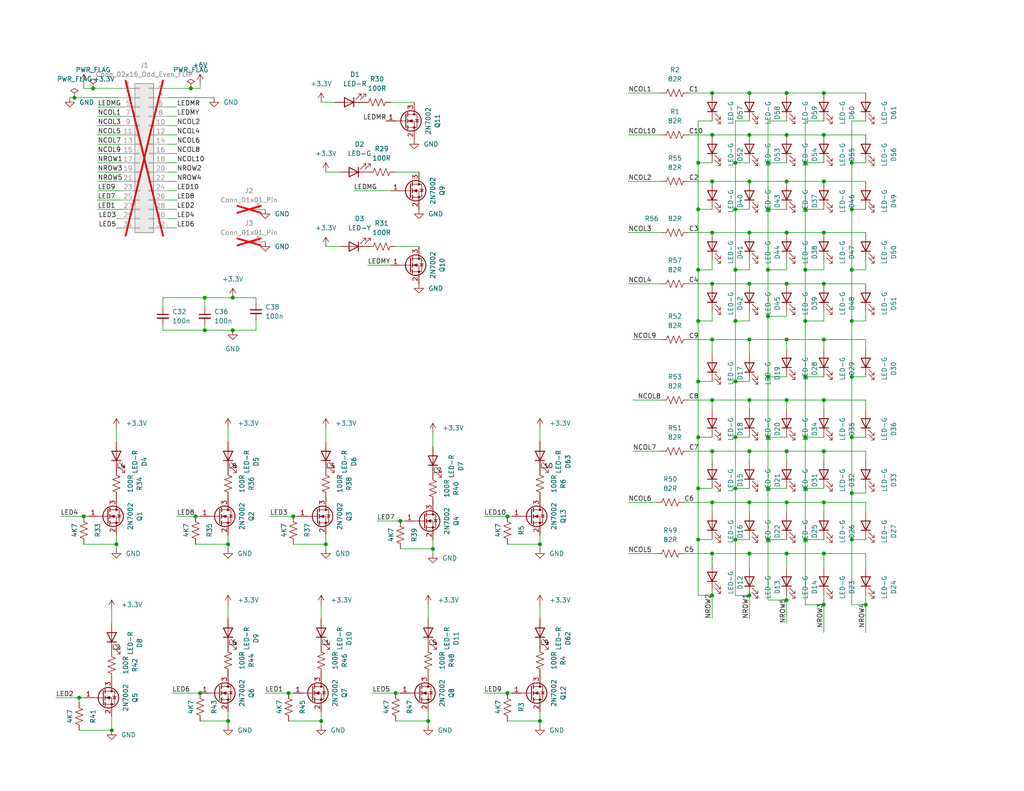
<source format=kicad_sch>
(kicad_sch (version 20230121) (generator eeschema)
  (paper "A")
  (title_block (title "Disp") (date "2023-11-12") (rev "V8") (company "Cullen Jennings"))
  (junction (at 224.79 109.22))
  (junction (at 214.63 163.83))
  (junction (at 190.5 57.15))
  (junction (at 236.22 165.1))
  (junction (at 63.5 81.28))
  (junction (at 232.41 102.87))
  (junction (at 200.66 57.15))
  (junction (at 204.47 151.13))
  (junction (at 204.47 137.16))
  (junction (at 194.31 162.56))
  (junction (at 116.84 196.85))
  (junction (at 214.63 137.16))
  (junction (at 194.31 49.53))
  (junction (at 209.55 133.35))
  (junction (at 194.31 123.19))
  (junction (at 214.63 77.47))
  (junction (at 194.31 151.13))
  (junction (at 209.55 73.66))
  (junction (at 224.79 137.16))
  (junction (at 194.31 36.83))
  (junction (at 219.71 57.15))
  (junction (at 194.31 63.5))
  (junction (at 219.71 44.45))
  (junction (at 200.66 133.35))
  (junction (at 232.41 119.38))
  (junction (at 224.79 49.53))
  (junction (at 224.79 36.83))
  (junction (at 190.5 119.38))
  (junction (at 219.71 133.35))
  (junction (at 200.66 87.63))
  (junction (at 204.47 92.71))
  (junction (at 214.63 92.71))
  (junction (at 224.79 123.19))
  (junction (at 54.61 189.23))
  (junction (at 224.79 77.47))
  (junction (at 200.66 119.38))
  (junction (at 194.31 109.22))
  (junction (at 109.22 142.24))
  (junction (at 30.48 199.39))
  (junction (at 224.79 165.1))
  (junction (at 204.47 49.53))
  (junction (at 204.47 25.4))
  (junction (at 31.75 148.59))
  (junction (at 200.66 73.66))
  (junction (at 204.47 36.83))
  (junction (at 214.63 25.4))
  (junction (at 232.41 57.15))
  (junction (at 55.88 90.17))
  (junction (at 25.4 24.13))
  (junction (at 209.55 102.87))
  (junction (at 190.5 147.32))
  (junction (at 209.55 44.45))
  (junction (at 87.63 196.85))
  (junction (at 147.32 148.59))
  (junction (at 194.31 92.71))
  (junction (at 63.5 90.17))
  (junction (at 219.71 87.63))
  (junction (at 190.5 104.14))
  (junction (at 52.07 24.13))
  (junction (at 214.63 36.83))
  (junction (at 55.88 81.28))
  (junction (at 138.43 140.97))
  (junction (at 138.43 189.23))
  (junction (at 219.71 73.66))
  (junction (at 204.47 63.5))
  (junction (at 20.32 26.67))
  (junction (at 209.55 119.38))
  (junction (at 200.66 104.14))
  (junction (at 21.59 190.5))
  (junction (at 232.41 87.63))
  (junction (at 214.63 123.19))
  (junction (at 209.55 147.32))
  (junction (at 107.95 189.23))
  (junction (at 204.47 77.47))
  (junction (at 62.23 148.59))
  (junction (at 62.23 196.85))
  (junction (at 194.31 77.47))
  (junction (at 194.31 25.4))
  (junction (at 209.55 86.36))
  (junction (at 22.86 140.97))
  (junction (at 200.66 147.32))
  (junction (at 219.71 119.38))
  (junction (at 219.71 102.87))
  (junction (at 190.5 73.66))
  (junction (at 214.63 63.5))
  (junction (at 190.5 44.45))
  (junction (at 78.74 189.23))
  (junction (at 224.79 92.71))
  (junction (at 53.34 140.97))
  (junction (at 232.41 73.66))
  (junction (at 200.66 44.45))
  (junction (at 232.41 134.62))
  (junction (at 204.47 162.56))
  (junction (at 209.55 57.15))
  (junction (at 80.01 140.97))
  (junction (at 219.71 147.32))
  (junction (at 204.47 109.22))
  (junction (at 194.31 137.16))
  (junction (at 214.63 49.53))
  (junction (at 190.5 87.63))
  (junction (at 190.5 133.35))
  (junction (at 214.63 109.22))
  (junction (at 232.41 147.32))
  (junction (at 118.11 149.86))
  (junction (at 224.79 25.4))
  (junction (at 214.63 151.13))
  (junction (at 224.79 63.5))
  (junction (at 232.41 44.45))
  (junction (at 204.47 123.19))
  (junction (at 224.79 151.13))
  (junction (at 147.32 196.85))
  (junction (at 88.9 148.59))
  (wire (pts (xy 44.45 81.28) (xy 55.88 81.28)))
  (wire (pts (xy 62.23 194.31) (xy 62.23 196.85)))
  (wire (pts (xy 147.32 148.59) (xy 147.32 149.86)))
  (wire (pts (xy 209.55 102.87) (xy 209.55 119.38)))
  (wire (pts (xy 236.22 125.73) (xy 236.22 123.19)))
  (wire (pts (xy 87.63 196.85) (xy 87.63 198.12)))
  (wire (pts (xy 224.79 133.35) (xy 219.71 133.35)))
  (wire (pts (xy 62.23 148.59) (xy 62.23 149.86)))
  (wire (pts (xy 26.67 49.53) (xy 33.02 49.53)))
  (wire (pts (xy 72.39 189.23) (xy 78.74 189.23)))
  (wire (pts (xy 236.22 137.16) (xy 224.79 137.16)))
  (wire (pts (xy 186.69 137.16) (xy 194.31 137.16)))
  (wire (pts (xy 55.88 81.28) (xy 63.5 81.28)))
  (wire (pts (xy 78.74 189.23) (xy 80.01 189.23)))
  (wire (pts (xy 107.95 67.31) (xy 114.3 67.31)))
  (wire (pts (xy 204.47 162.56) (xy 204.47 168.91)))
  (wire (pts (xy 26.67 39.37) (xy 33.02 39.37)))
  (wire (pts (xy 62.23 196.85) (xy 62.23 198.12)))
  (wire (pts (xy 224.79 71.12) (xy 224.79 73.66)))
  (wire (pts (xy 138.43 148.59) (xy 147.32 148.59)))
  (wire (pts (xy 88.9 148.59) (xy 88.9 149.86)))
  (wire (pts (xy 236.22 133.35) (xy 236.22 134.62)))
  (wire (pts (xy 232.41 165.1) (xy 236.22 165.1)))
  (wire (pts (xy 190.5 162.56) (xy 194.31 162.56)))
  (wire (pts (xy 236.22 111.76) (xy 236.22 109.22)))
  (wire (pts (xy 102.87 142.24) (xy 109.22 142.24)))
  (wire (pts (xy 194.31 111.76) (xy 194.31 109.22)))
  (wire (pts (xy 69.85 82.55) (xy 69.85 81.28)))
  (wire (pts (xy 219.71 44.45) (xy 219.71 57.15)))
  (wire (pts (xy 88.9 67.31) (xy 92.71 67.31)))
  (wire (pts (xy 31.75 148.59) (xy 31.75 149.86)))
  (wire (pts (xy 33.02 24.13) (xy 25.4 24.13)))
  (wire (pts (xy 224.79 77.47) (xy 236.22 77.47)))
  (wire (pts (xy 62.23 116.84) (xy 62.23 120.65)))
  (wire (pts (xy 219.71 147.32) (xy 219.71 165.1)))
  (wire (pts (xy 194.31 44.45) (xy 190.5 44.45)))
  (wire (pts (xy 214.63 109.22) (xy 204.47 109.22)))
  (wire (pts (xy 200.66 33.02) (xy 200.66 44.45)))
  (wire (pts (xy 214.63 151.13) (xy 204.47 151.13)))
  (wire (pts (xy 26.67 44.45) (xy 33.02 44.45)))
  (wire (pts (xy 78.74 196.85) (xy 87.63 196.85)))
  (wire (pts (xy 209.55 163.83) (xy 214.63 163.83)))
  (wire (pts (xy 224.79 25.4) (xy 236.22 25.4)))
  (wire (pts (xy 132.08 189.23) (xy 138.43 189.23)))
  (wire (pts (xy 214.63 154.94) (xy 214.63 151.13)))
  (wire (pts (xy 63.5 81.28) (xy 69.85 81.28)))
  (wire (pts (xy 209.55 133.35) (xy 214.63 133.35)))
  (wire (pts (xy 21.59 190.5) (xy 21.59 191.77)))
  (wire (pts (xy 46.99 189.23) (xy 54.61 189.23)))
  (wire (pts (xy 26.67 31.75) (xy 33.02 31.75)))
  (wire (pts (xy 236.22 92.71) (xy 224.79 92.71)))
  (wire (pts (xy 45.72 24.13) (xy 52.07 24.13)))
  (wire (pts (xy 44.45 90.17) (xy 55.88 90.17)))
  (wire (pts (xy 219.71 57.15) (xy 219.71 73.66)))
  (wire (pts (xy 187.96 36.83) (xy 194.31 36.83)))
  (wire (pts (xy 53.34 140.97) (xy 54.61 140.97)))
  (wire (pts (xy 236.22 44.45) (xy 232.41 44.45)))
  (wire (pts (xy 236.22 123.19) (xy 224.79 123.19)))
  (wire (pts (xy 224.79 33.02) (xy 219.71 33.02)))
  (wire (pts (xy 204.47 44.45) (xy 200.66 44.45)))
  (wire (pts (xy 187.96 25.4) (xy 194.31 25.4)))
  (wire (pts (xy 190.5 133.35) (xy 190.5 147.32)))
  (wire (pts (xy 204.47 137.16) (xy 194.31 137.16)))
  (wire (pts (xy 219.71 119.38) (xy 224.79 119.38)))
  (wire (pts (xy 30.48 195.58) (xy 30.48 199.39)))
  (wire (pts (xy 236.22 57.15) (xy 232.41 57.15)))
  (wire (pts (xy 224.79 165.1) (xy 224.79 172.72)))
  (wire (pts (xy 190.5 73.66) (xy 190.5 87.63)))
  (wire (pts (xy 219.71 133.35) (xy 219.71 147.32)))
  (wire (pts (xy 45.72 26.67) (xy 58.42 26.67)))
  (wire (pts (xy 54.61 196.85) (xy 62.23 196.85)))
  (wire (pts (xy 224.79 57.15) (xy 219.71 57.15)))
  (wire (pts (xy 132.08 140.97) (xy 138.43 140.97)))
  (wire (pts (xy 200.66 104.14) (xy 200.66 119.38)))
  (wire (pts (xy 171.45 77.47) (xy 180.34 77.47)))
  (wire (pts (xy 232.41 147.32) (xy 232.41 165.1)))
  (wire (pts (xy 87.63 165.1) (xy 87.63 168.91)))
  (wire (pts (xy 147.32 196.85) (xy 147.32 198.12)))
  (wire (pts (xy 45.72 46.99) (xy 48.26 46.99)))
  (wire (pts (xy 224.79 85.09) (xy 224.79 87.63)))
  (wire (pts (xy 62.23 165.1) (xy 62.23 168.91)))
  (wire (pts (xy 187.96 77.47) (xy 194.31 77.47)))
  (wire (pts (xy 200.66 119.38) (xy 204.47 119.38)))
  (wire (pts (xy 194.31 162.56) (xy 194.31 168.91)))
  (wire (pts (xy 26.67 36.83) (xy 33.02 36.83)))
  (wire (pts (xy 214.63 25.4) (xy 224.79 25.4)))
  (wire (pts (xy 236.22 109.22) (xy 224.79 109.22)))
  (wire (pts (xy 224.79 151.13) (xy 236.22 151.13)))
  (wire (pts (xy 194.31 109.22) (xy 187.96 109.22)))
  (wire (pts (xy 31.75 146.05) (xy 31.75 148.59)))
  (wire (pts (xy 224.79 162.56) (xy 224.79 165.1)))
  (wire (pts (xy 172.72 123.19) (xy 180.34 123.19)))
  (wire (pts (xy 19.05 26.67) (xy 20.32 26.67)))
  (wire (pts (xy 214.63 85.09) (xy 214.63 86.36)))
  (wire (pts (xy 171.45 25.4) (xy 180.34 25.4)))
  (wire (pts (xy 194.31 151.13) (xy 186.69 151.13)))
  (wire (pts (xy 21.59 190.5) (xy 22.86 190.5)))
  (wire (pts (xy 236.22 87.63) (xy 232.41 87.63)))
  (wire (pts (xy 204.47 104.14) (xy 200.66 104.14)))
  (wire (pts (xy 219.71 73.66) (xy 219.71 87.63)))
  (wire (pts (xy 107.95 189.23) (xy 109.22 189.23)))
  (wire (pts (xy 118.11 147.32) (xy 118.11 149.86)))
  (wire (pts (xy 26.67 54.61) (xy 33.02 54.61)))
  (wire (pts (xy 194.31 133.35) (xy 190.5 133.35)))
  (wire (pts (xy 116.84 194.31) (xy 116.84 196.85)))
  (wire (pts (xy 209.55 133.35) (xy 209.55 147.32)))
  (wire (pts (xy 26.67 34.29) (xy 33.02 34.29)))
  (wire (pts (xy 204.47 123.19) (xy 194.31 123.19)))
  (wire (pts (xy 171.45 63.5) (xy 180.34 63.5)))
  (wire (pts (xy 80.01 148.59) (xy 88.9 148.59)))
  (wire (pts (xy 172.72 109.22) (xy 180.34 109.22)))
  (wire (pts (xy 96.52 52.07) (xy 106.68 52.07)))
  (wire (pts (xy 204.47 85.09) (xy 204.47 87.63)))
  (wire (pts (xy 194.31 57.15) (xy 190.5 57.15)))
  (wire (pts (xy 52.07 24.13) (xy 54.61 24.13)))
  (wire (pts (xy 88.9 146.05) (xy 88.9 148.59)))
  (wire (pts (xy 224.79 36.83) (xy 236.22 36.83)))
  (wire (pts (xy 45.72 57.15) (xy 48.26 57.15)))
  (wire (pts (xy 200.66 147.32) (xy 200.66 162.56)))
  (wire (pts (xy 232.41 87.63) (xy 232.41 102.87)))
  (wire (pts (xy 236.22 154.94) (xy 236.22 151.13)))
  (wire (pts (xy 209.55 119.38) (xy 209.55 133.35)))
  (wire (pts (xy 209.55 57.15) (xy 209.55 73.66)))
  (wire (pts (xy 53.34 148.59) (xy 62.23 148.59)))
  (wire (pts (xy 194.31 161.29) (xy 194.31 162.56)))
  (wire (pts (xy 209.55 147.32) (xy 214.63 147.32)))
  (wire (pts (xy 236.22 134.62) (xy 232.41 134.62)))
  (wire (pts (xy 116.84 165.1) (xy 116.84 168.91)))
  (wire (pts (xy 224.79 123.19) (xy 224.79 125.73)))
  (wire (pts (xy 224.79 109.22) (xy 214.63 109.22)))
  (wire (pts (xy 200.66 119.38) (xy 200.66 133.35)))
  (wire (pts (xy 214.63 137.16) (xy 214.63 139.7)))
  (wire (pts (xy 22.86 140.97) (xy 24.13 140.97)))
  (wire (pts (xy 194.31 49.53) (xy 204.47 49.53)))
  (wire (pts (xy 190.5 119.38) (xy 194.31 119.38)))
  (wire (pts (xy 190.5 147.32) (xy 194.31 147.32)))
  (wire (pts (xy 73.66 140.97) (xy 80.01 140.97)))
  (wire (pts (xy 116.84 196.85) (xy 116.84 198.12)))
  (wire (pts (xy 55.88 88.9) (xy 55.88 90.17)))
  (wire (pts (xy 209.55 33.02) (xy 214.63 33.02)))
  (wire (pts (xy 22.86 24.13) (xy 22.86 22.86)))
  (wire (pts (xy 194.31 123.19) (xy 194.31 125.73)))
  (wire (pts (xy 194.31 73.66) (xy 190.5 73.66)))
  (wire (pts (xy 214.63 71.12) (xy 214.63 73.66)))
  (wire (pts (xy 187.96 63.5) (xy 194.31 63.5)))
  (wire (pts (xy 147.32 146.05) (xy 147.32 148.59)))
  (wire (pts (xy 219.71 102.87) (xy 219.71 119.38)))
  (wire (pts (xy 224.79 92.71) (xy 214.63 92.71)))
  (wire (pts (xy 45.72 34.29) (xy 48.26 34.29)))
  (wire (pts (xy 194.31 33.02) (xy 190.5 33.02)))
  (wire (pts (xy 80.01 140.97) (xy 81.28 140.97)))
  (wire (pts (xy 214.63 92.71) (xy 214.63 95.25)))
  (wire (pts (xy 214.63 73.66) (xy 209.55 73.66)))
  (wire (pts (xy 200.66 162.56) (xy 204.47 162.56)))
  (wire (pts (xy 200.66 44.45) (xy 200.66 57.15)))
  (wire (pts (xy 204.47 57.15) (xy 200.66 57.15)))
  (wire (pts (xy 209.55 33.02) (xy 209.55 44.45)))
  (wire (pts (xy 214.63 77.47) (xy 224.79 77.47)))
  (wire (pts (xy 204.47 73.66) (xy 200.66 73.66)))
  (wire (pts (xy 204.47 25.4) (xy 214.63 25.4)))
  (wire (pts (xy 232.41 33.02) (xy 232.41 44.45)))
  (wire (pts (xy 190.5 33.02) (xy 190.5 44.45)))
  (wire (pts (xy 214.63 36.83) (xy 224.79 36.83)))
  (wire (pts (xy 224.79 44.45) (xy 219.71 44.45)))
  (wire (pts (xy 21.59 199.39) (xy 30.48 199.39)))
  (wire (pts (xy 55.88 90.17) (xy 63.5 90.17)))
  (wire (pts (xy 106.68 27.94) (xy 113.03 27.94)))
  (wire (pts (xy 209.55 44.45) (xy 209.55 57.15)))
  (wire (pts (xy 138.43 196.85) (xy 147.32 196.85)))
  (wire (pts (xy 236.22 139.7) (xy 236.22 137.16)))
  (wire (pts (xy 209.55 57.15) (xy 214.63 57.15)))
  (wire (pts (xy 209.55 73.66) (xy 209.55 86.36)))
  (wire (pts (xy 190.5 87.63) (xy 190.5 104.14)))
  (wire (pts (xy 236.22 165.1) (xy 236.22 172.72)))
  (wire (pts (xy 138.43 140.97) (xy 139.7 140.97)))
  (wire (pts (xy 190.5 44.45) (xy 190.5 57.15)))
  (wire (pts (xy 194.31 92.71) (xy 194.31 96.52)))
  (wire (pts (xy 171.45 36.83) (xy 180.34 36.83)))
  (wire (pts (xy 26.67 29.21) (xy 33.02 29.21)))
  (wire (pts (xy 194.31 77.47) (xy 204.47 77.47)))
  (wire (pts (xy 87.63 27.94) (xy 91.44 27.94)))
  (wire (pts (xy 16.51 140.97) (xy 22.86 140.97)))
  (wire (pts (xy 224.79 137.16) (xy 224.79 139.7)))
  (wire (pts (xy 31.75 116.84) (xy 31.75 120.65)))
  (wire (pts (xy 204.47 33.02) (xy 200.66 33.02)))
  (wire (pts (xy 69.85 87.63) (xy 69.85 90.17)))
  (wire (pts (xy 48.26 140.97) (xy 53.34 140.97)))
  (wire (pts (xy 236.22 95.25) (xy 236.22 92.71)))
  (wire (pts (xy 209.55 44.45) (xy 214.63 44.45)))
  (wire (pts (xy 45.72 59.69) (xy 48.26 59.69)))
  (wire (pts (xy 200.66 73.66) (xy 200.66 87.63)))
  (wire (pts (xy 20.32 26.67) (xy 33.02 26.67)))
  (wire (pts (xy 219.71 119.38) (xy 219.71 133.35)))
  (wire (pts (xy 232.41 102.87) (xy 232.41 119.38)))
  (wire (pts (xy 204.47 87.63) (xy 200.66 87.63)))
  (wire (pts (xy 48.26 62.23) (xy 45.72 62.23)))
  (wire (pts (xy 224.79 92.71) (xy 224.79 95.25)))
  (wire (pts (xy 214.63 63.5) (xy 224.79 63.5)))
  (wire (pts (xy 204.47 151.13) (xy 204.47 154.94)))
  (wire (pts (xy 200.66 87.63) (xy 200.66 104.14)))
  (wire (pts (xy 204.47 71.12) (xy 204.47 73.66)))
  (wire (pts (xy 88.9 116.84) (xy 88.9 120.65)))
  (wire (pts (xy 88.9 46.99) (xy 92.71 46.99)))
  (wire (pts (xy 214.63 123.19) (xy 214.63 125.73)))
  (wire (pts (xy 236.22 85.09) (xy 236.22 87.63)))
  (wire (pts (xy 224.79 49.53) (xy 236.22 49.53)))
  (wire (pts (xy 45.72 49.53) (xy 48.26 49.53)))
  (wire (pts (xy 236.22 33.02) (xy 232.41 33.02)))
  (wire (pts (xy 55.88 81.28) (xy 55.88 83.82)))
  (wire (pts (xy 147.32 194.31) (xy 147.32 196.85)))
  (wire (pts (xy 171.45 151.13) (xy 179.07 151.13)))
  (wire (pts (xy 26.67 41.91) (xy 33.02 41.91)))
  (wire (pts (xy 214.63 109.22) (xy 214.63 111.76)))
  (wire (pts (xy 214.63 123.19) (xy 204.47 123.19)))
  (wire (pts (xy 15.24 190.5) (xy 21.59 190.5)))
  (wire (pts (xy 200.66 133.35) (xy 200.66 147.32)))
  (wire (pts (xy 190.5 147.32) (xy 190.5 162.56)))
  (wire (pts (xy 45.72 36.83) (xy 48.26 36.83)))
  (wire (pts (xy 194.31 85.09) (xy 194.31 87.63)))
  (wire (pts (xy 30.48 166.37) (xy 30.48 170.18)))
  (wire (pts (xy 200.66 57.15) (xy 200.66 73.66)))
  (wire (pts (xy 194.31 153.67) (xy 194.31 151.13)))
  (wire (pts (xy 63.5 90.17) (xy 69.85 90.17)))
  (wire (pts (xy 45.72 39.37) (xy 48.26 39.37)))
  (wire (pts (xy 224.79 109.22) (xy 224.79 111.76)))
  (wire (pts (xy 224.79 102.87) (xy 219.71 102.87)))
  (wire (pts (xy 45.72 54.61) (xy 48.26 54.61)))
  (wire (pts (xy 26.67 57.15) (xy 33.02 57.15)))
  (wire (pts (xy 194.31 71.12) (xy 194.31 73.66)))
  (wire (pts (xy 26.67 52.07) (xy 33.02 52.07)))
  (wire (pts (xy 190.5 57.15) (xy 190.5 73.66)))
  (wire (pts (xy 204.47 36.83) (xy 214.63 36.83)))
  (wire (pts (xy 194.31 63.5) (xy 204.47 63.5)))
  (wire (pts (xy 194.31 36.83) (xy 204.47 36.83)))
  (wire (pts (xy 214.63 102.87) (xy 209.55 102.87)))
  (wire (pts (xy 194.31 104.14) (xy 190.5 104.14)))
  (wire (pts (xy 224.79 137.16) (xy 214.63 137.16)))
  (wire (pts (xy 171.45 137.16) (xy 179.07 137.16)))
  (wire (pts (xy 214.63 86.36) (xy 209.55 86.36)))
  (wire (pts (xy 101.6 189.23) (xy 107.95 189.23)))
  (wire (pts (xy 147.32 116.84) (xy 147.32 120.65)))
  (wire (pts (xy 171.45 49.53) (xy 180.34 49.53)))
  (wire (pts (xy 204.47 63.5) (xy 214.63 63.5)))
  (wire (pts (xy 194.31 137.16) (xy 194.31 139.7)))
  (wire (pts (xy 138.43 189.23) (xy 139.7 189.23)))
  (wire (pts (xy 232.41 134.62) (xy 232.41 147.32)))
  (wire (pts (xy 204.47 96.52) (xy 204.47 92.71)))
  (wire (pts (xy 232.41 73.66) (xy 232.41 87.63)))
  (wire (pts (xy 45.72 44.45) (xy 48.26 44.45)))
  (wire (pts (xy 236.22 102.87) (xy 232.41 102.87)))
  (wire (pts (xy 187.96 123.19) (xy 194.31 123.19)))
  (wire (pts (xy 25.4 24.13) (xy 22.86 24.13)))
  (wire (pts (xy 236.22 71.12) (xy 236.22 73.66)))
  (wire (pts (xy 187.96 49.53) (xy 194.31 49.53)))
  (wire (pts (xy 224.79 87.63) (xy 219.71 87.63)))
  (wire (pts (xy 232.41 119.38) (xy 236.22 119.38)))
  (wire (pts (xy 224.79 154.94) (xy 224.79 151.13)))
  (wire (pts (xy 172.72 92.71) (xy 180.34 92.71)))
  (wire (pts (xy 214.63 151.13) (xy 224.79 151.13)))
  (wire (pts (xy 204.47 49.53) (xy 214.63 49.53)))
  (wire (pts (xy 190.5 119.38) (xy 190.5 133.35)))
  (wire (pts (xy 236.22 162.56) (xy 236.22 165.1)))
  (wire (pts (xy 118.11 118.11) (xy 118.11 121.92)))
  (wire (pts (xy 45.72 31.75) (xy 48.26 31.75)))
  (wire (pts (xy 204.47 92.71) (xy 194.31 92.71)))
  (wire (pts (xy 214.63 92.71) (xy 204.47 92.71)))
  (wire (pts (xy 219.71 87.63) (xy 219.71 102.87)))
  (wire (pts (xy 147.32 165.1) (xy 147.32 168.91)))
  (wire (pts (xy 232.41 57.15) (xy 232.41 73.66)))
  (wire (pts (xy 100.33 72.39) (xy 106.68 72.39)))
  (wire (pts (xy 204.47 151.13) (xy 194.31 151.13)))
  (wire (pts (xy 224.79 63.5) (xy 236.22 63.5)))
  (wire (pts (xy 204.47 139.7) (xy 204.47 137.16)))
  (wire (pts (xy 45.72 52.07) (xy 48.26 52.07)))
  (wire (pts (xy 190.5 104.14) (xy 190.5 119.38)))
  (wire (pts (xy 219.71 33.02) (xy 219.71 44.45)))
  (wire (pts (xy 87.63 194.31) (xy 87.63 196.85)))
  (wire (pts (xy 214.63 162.56) (xy 214.63 163.83)))
  (wire (pts (xy 232.41 147.32) (xy 236.22 147.32)))
  (wire (pts (xy 109.22 142.24) (xy 110.49 142.24)))
  (wire (pts (xy 209.55 119.38) (xy 214.63 119.38)))
  (wire (pts (xy 204.47 109.22) (xy 194.31 109.22)))
  (wire (pts (xy 209.55 147.32) (xy 209.55 163.83)))
  (wire (pts (xy 62.23 146.05) (xy 62.23 148.59)))
  (wire (pts (xy 54.61 24.13) (xy 54.61 22.86)))
  (wire (pts (xy 232.41 44.45) (xy 232.41 57.15)))
  (wire (pts (xy 31.75 62.23) (xy 33.02 62.23)))
  (wire (pts (xy 44.45 83.82) (xy 44.45 81.28)))
  (wire (pts (xy 200.66 147.32) (xy 204.47 147.32)))
  (wire (pts (xy 118.11 149.86) (xy 118.11 151.13)))
  (wire (pts (xy 214.63 49.53) (xy 224.79 49.53)))
  (wire (pts (xy 236.22 73.66) (xy 232.41 73.66)))
  (wire (pts (xy 204.47 77.47) (xy 214.63 77.47)))
  (wire (pts (xy 209.55 86.36) (xy 209.55 102.87)))
  (wire (pts (xy 107.95 196.85) (xy 116.84 196.85)))
  (wire (pts (xy 200.66 133.35) (xy 204.47 133.35)))
  (wire (pts (xy 194.31 87.63) (xy 190.5 87.63)))
  (wire (pts (xy 194.31 25.4) (xy 204.47 25.4)))
  (wire (pts (xy 224.79 147.32) (xy 219.71 147.32)))
  (wire (pts (xy 31.75 59.69) (xy 33.02 59.69)))
  (wire (pts (xy 224.79 123.19) (xy 214.63 123.19)))
  (wire (pts (xy 204.47 111.76) (xy 204.47 109.22)))
  (wire (pts (xy 44.45 88.9) (xy 44.45 90.17)))
  (wire (pts (xy 214.63 137.16) (xy 204.47 137.16)))
  (wire (pts (xy 219.71 165.1) (xy 224.79 165.1)))
  (wire (pts (xy 26.67 46.99) (xy 33.02 46.99)))
  (wire (pts (xy 107.95 46.99) (xy 114.3 46.99)))
  (wire (pts (xy 204.47 125.73) (xy 204.47 123.19)))
  (wire (pts (xy 45.72 29.21) (xy 48.26 29.21)))
  (wire (pts (xy 109.22 149.86) (xy 118.11 149.86)))
  (wire (pts (xy 224.79 73.66) (xy 219.71 73.66)))
  (wire (pts (xy 45.72 41.91) (xy 48.26 41.91)))
  (wire (pts (xy 22.86 148.59) (xy 31.75 148.59)))
  (wire (pts (xy 214.63 163.83) (xy 214.63 170.18)))
  (wire (pts (xy 232.41 119.38) (xy 232.41 134.62)))
  (wire (pts (xy 187.96 92.71) (xy 194.31 92.71)))
  (label "LED3" (at 73.66 140.97 0))
  (label "LED1" (at 26.67 57.15 0))
  (label "LEDMY" (at 48.26 31.75 0))
  (label "LEDMY" (at 100.33 72.39 0))
  (label "NCOL6" (at 171.45 137.16 0))
  (label "C2" (at 187.96 49.53 0))
  (label "LED4" (at 48.26 59.69 0))
  (label "LED6" (at 46.99 189.23 0))
  (label "LED9" (at 132.08 189.23 0))
  (label "LED4" (at 16.51 140.97 0))
  (label "C10" (at 187.96 36.83 0))
  (label "LEDMR" (at 105.41 33.02 180))
  (label "LED2" (at 15.24 190.5 0))
  (label "L4" (at 31.75 128.27 0))
  (label "C5" (at 186.69 151.13 0))
  (label "LEDMR" (at 48.26 29.21 0))
  (label "L3" (at 88.9 128.27 0))
  (label "NCOL9" (at 172.72 92.71 0))
  (label "NROW5" (at 214.63 170.18 90))
  (label "NCOL8" (at 48.26 41.91 0))
  (label "NROW4" (at 236.22 171.45 90))
  (label "LED10" (at 132.08 140.97 0))
  (label "C8" (at 187.96 109.22 0))
  (label "NCOL7" (at 172.72 123.19 0))
  (label "NCOL2" (at 48.26 34.29 0))
  (label "NROW5" (at 26.67 49.53 0))
  (label "NCOL5" (at 26.67 36.83 0))
  (label "L2" (at 30.48 177.8 0))
  (label "NCOL6" (at 48.26 39.37 0))
  (label "NCOL10" (at 171.45 36.83 0))
  (label "C4" (at 187.96 77.47 0))
  (label "NCOL2" (at 171.45 49.53 0))
  (label "LED8" (at 48.26 140.97 0))
  (label "LED5" (at 31.75 62.23 180))
  (label "NROW2" (at 48.26 46.99 0))
  (label "C9" (at 187.96 92.71 0))
  (label "NCOL3" (at 26.67 34.29 0))
  (label "LED6" (at 48.26 62.23 0))
  (label "L6" (at 62.23 176.53 0))
  (label "NCOL8" (at 173.99 109.22 0))
  (label "NROW1" (at 204.47 168.91 90))
  (label "C1" (at 187.96 25.4 0))
  (label "LED3" (at 31.75 59.69 180))
  (label "NROW4" (at 48.26 49.53 0))
  (label "L10" (at 147.32 128.27 0))
  (label "NCOL5" (at 171.45 151.13 0))
  (label "LEDMG" (at 96.52 52.07 0))
  (label "LED9" (at 26.67 52.07 0))
  (label "L9" (at 147.32 176.53 0))
  (label "NROW2" (at 194.31 168.91 90))
  (label "LED8" (at 48.26 54.61 0))
  (label "NCOL1" (at 171.45 25.4 0))
  (label "LED1" (at 72.39 189.23 0))
  (label "LED2" (at 48.26 57.15 0))
  (label "LED10" (at 48.26 52.07 0))
  (label "NCOL9" (at 26.67 41.91 0))
  (label "LED5" (at 101.6 189.23 0))
  (label "NROW3" (at 224.79 171.45 90))
  (label "NCOL7" (at 26.67 39.37 0))
  (label "NROW1" (at 26.67 44.45 0))
  (label "NCOL1" (at 26.67 31.75 0))
  (label "L7" (at 118.11 129.54 0))
  (label "C3" (at 187.96 63.5 0))
  (label "NCOL10" (at 48.26 44.45 0))
  (label "NCOL3" (at 171.45 63.5 0))
  (label "LED7" (at 102.87 142.24 0))
  (label "L5" (at 116.84 176.53 0))
  (label "L1" (at 87.63 176.53 0))
  (label "NCOL4" (at 48.26 36.83 0))
  (label "NROW3" (at 26.67 46.99 0))
  (label "NCOL4" (at 171.45 77.47 0))
  (label "LED7" (at 26.67 54.61 0))
  (label "L8" (at 62.23 128.27 0))
  (label "C7" (at 187.96 123.19 0))
  (label "C6" (at 186.69 137.16 0))
  (label "LEDMG" (at 26.67 29.21 0))
  (symbol (lib_id "Device:LED") (at 194.31 143.51 90) (unit 1)
    (property "Reference" "D16" (at 201.93 145.0975 0))
    (property "Value" "LED-G" (at 199.39 145.0975 0))
    (property "Footprint" "LED_SMD:LED_0603_1608Metric" (effects hide))
    (property "Datasheet" "https://jlcpcb.com/partdetail/liteon-LTSTC190KRKT/C94869#:~:text=Datasheet-,Download,-Source" (effects hide))
    (property "JLCPCB Part #" "C125093" (effects hide))
  )
  (symbol (lib_id "Device:R_US") (at 184.15 25.4 270) (unit 1)
    (property "Reference" "R2" (at 184.15 19.05 90))
    (property "Value" "82R" (at 184.15 21.59 90))
    (property "Footprint" "Resistor_SMD:R_0603_1608Metric" (effects hide))
    (property "JLCPCB Part #" "C23255" (effects hide))
  )
  (symbol (lib_id "Device:LED") (at 214.63 143.51 90) (unit 1)
    (property "Reference" "D25" (at 222.25 145.0975 0))
    (property "Value" "LED-G" (at 219.71 145.0975 0))
    (property "Footprint" "LED_SMD:LED_0603_1608Metric" (effects hide))
    (property "Datasheet" "https://jlcpcb.com/partdetail/liteon-LTSTC190KRKT/C94869#:~:text=Datasheet-,Download,-Source" (effects hide))
    (property "JLCPCB Part #" "C125093" (effects hide))
  )
  (symbol (lib_id "Device:LED") (at 236.22 29.21 90) (unit 1)
    (property "Reference" "D61" (at 243.84 30.7975 0))
    (property "Value" "LED-G" (at 241.3 30.7975 0))
    (property "Footprint" "LED_SMD:LED_0603_1608Metric" (effects hide))
    (property "Datasheet" "https://jlcpcb.com/partdetail/liteon-LTSTC190KRKT/C94869#:~:text=Datasheet-,Download,-Source" (effects hide))
    (property "JLCPCB Part #" "C125093" (effects hide))
  )
  (symbol (lib_id "Device:R_US") (at 147.32 180.34 0) (unit 1)
    (property "Reference" "R4" (at 153.67 180.34 90))
    (property "Value" "100R" (at 151.13 180.34 90))
    (property "Footprint" "Resistor_SMD:R_0603_1608Metric" (effects hide))
    (property "JLCPCB Part #" "C22775" (effects hide))
  )
  (symbol (lib_id "Device:LED") (at 204.47 40.64 90) (unit 1)
    (property "Reference" "D53" (at 212.09 42.2275 0))
    (property "Value" "LED-G" (at 209.55 42.2275 0))
    (property "Footprint" "LED_SMD:LED_0603_1608Metric" (effects hide))
    (property "Datasheet" "https://jlcpcb.com/partdetail/liteon-LTSTC190KRKT/C94869#:~:text=Datasheet-,Download,-Source" (effects hide))
    (property "JLCPCB Part #" "C125093" (effects hide))
  )
  (symbol (lib_id "power:+3.3V") (at 87.63 27.94 0) (unit 1)
    (property "Reference" "#PWR076" (effects hide))
    (property "Value" "+3.3V" (at 87.63 22.86 0))
  )
  (symbol (lib_id "Device:LED") (at 204.47 158.75 90) (unit 1)
    (property "Reference" "D13" (at 212.09 160.3375 0))
    (property "Value" "LED-G" (at 209.55 160.3375 0))
    (property "Footprint" "LED_SMD:LED_0603_1608Metric" (effects hide))
    (property "Datasheet" "https://jlcpcb.com/partdetail/liteon-LTSTC190KRKT/C94869#:~:text=Datasheet-,Download,-Source" (effects hide))
    (property "JLCPCB Part #" "C125093" (effects hide))
  )
  (symbol (lib_id "power:PWR_FLAG") (at 52.07 24.13 0) (unit 1)
    (property "Reference" "#FLG02" (effects hide))
    (property "Value" "PWR_FLAG" (at 52.07 19.05 0))
  )
  (symbol (lib_id "power:+3.3V") (at 31.75 116.84 0) (unit 1)
    (property "Reference" "#PWR09" (effects hide))
    (property "Value" "+3.3V" (at 34.29 115.57 0) (effects (justify left)))
  )
  (symbol (lib_id "Device:R_US") (at 62.23 132.08 0) (unit 1)
    (property "Reference" "R36" (at 68.58 132.08 90))
    (property "Value" "100R" (at 66.04 132.08 90))
    (property "Footprint" "Resistor_SMD:R_0603_1608Metric" (effects hide))
    (property "JLCPCB Part #" "C22775" (effects hide))
  )
  (symbol (lib_id "Device:LED") (at 214.63 81.28 90) (unit 1)
    (property "Reference" "D39" (at 222.25 82.8675 0))
    (property "Value" "LED-G" (at 219.71 82.8675 0))
    (property "Footprint" "LED_SMD:LED_0603_1608Metric" (effects hide))
    (property "Datasheet" "https://jlcpcb.com/partdetail/liteon-LTSTC190KRKT/C94869#:~:text=Datasheet-,Download,-Source" (effects hide))
    (property "JLCPCB Part #" "C125093" (effects hide))
  )
  (symbol (lib_id "Device:R_US") (at 87.63 180.34 0) (unit 1)
    (property "Reference" "R46" (at 93.98 180.34 90))
    (property "Value" "100R" (at 91.44 180.34 90))
    (property "Footprint" "Resistor_SMD:R_0603_1608Metric" (effects hide))
    (property "JLCPCB Part #" "C22775" (effects hide))
  )
  (symbol (lib_id "Device:LED") (at 236.22 53.34 90) (unit 1)
    (property "Reference" "D49" (at 243.84 54.9275 0))
    (property "Value" "LED-G" (at 241.3 54.9275 0))
    (property "Footprint" "LED_SMD:LED_0603_1608Metric" (effects hide))
    (property "Datasheet" "https://jlcpcb.com/partdetail/liteon-LTSTC190KRKT/C94869#:~:text=Datasheet-,Download,-Source" (effects hide))
    (property "JLCPCB Part #" "C125093" (effects hide))
  )
  (symbol (lib_id "power:GND") (at 118.11 151.13 0) (unit 1)
    (property "Reference" "#PWR088" (effects hide))
    (property "Value" "GND" (at 120.65 152.4 0) (effects (justify left)))
  )
  (symbol (lib_id "Device:LED") (at 194.31 115.57 90) (unit 1)
    (property "Reference" "D18" (at 201.93 117.1575 0))
    (property "Value" "LED-G" (at 199.39 117.1575 0))
    (property "Footprint" "LED_SMD:LED_0603_1608Metric" (effects hide))
    (property "Datasheet" "https://jlcpcb.com/partdetail/liteon-LTSTC190KRKT/C94869#:~:text=Datasheet-,Download,-Source" (effects hide))
    (property "JLCPCB Part #" "C125093" (effects hide))
  )
  (symbol (lib_id "Device:LED") (at 95.25 27.94 180) (unit 1)
    (property "Reference" "D1" (at 96.8375 20.32 0))
    (property "Value" "LED-R" (at 96.8375 22.86 0))
    (property "Footprint" "LED_SMD:LED_0603_1608Metric" (effects hide))
    (property "Datasheet" "https://jlcpcb.com/partdetail/liteon-LTSTC190KRKT/C94869#:~:text=Datasheet-,Download,-Source" (effects hide))
    (property "JLCPCB Part #" "C94869" (effects hide))
  )
  (symbol (lib_id "Device:LED") (at 236.22 129.54 90) (unit 1)
    (property "Reference" "D33" (at 243.84 131.1275 0))
    (property "Value" "LED-G" (at 241.3 131.1275 0))
    (property "Footprint" "LED_SMD:LED_0603_1608Metric" (effects hide))
    (property "Datasheet" "https://jlcpcb.com/partdetail/liteon-LTSTC190KRKT/C94869#:~:text=Datasheet-,Download,-Source" (effects hide))
    (property "JLCPCB Part #" "C125093" (effects hide))
  )
  (symbol (lib_id "Transistor_FET:2N7002") (at 27.94 190.5 0) (unit 1)
    (property "Reference" "Q5" (at 36.83 190.5 90))
    (property "Value" "2N7002" (at 34.29 190.5 90))
    (property "Footprint" "Package_TO_SOT_SMD:SOT-23" (effects hide))
    (property "Datasheet" "https://www.onsemi.com/pub/Collateral/NDS7002A-D.PDF" (effects hide))
    (property "JLCPCB Part #" "C8545" (effects hide))
    (property "JLCPCB Rotation Offset" "180" (effects hide))
  )
  (symbol (lib_id "power:+3.3V") (at 147.32 165.1 0) (unit 1)
    (property "Reference" "#PWR012" (effects hide))
    (property "Value" "+3.3V" (at 149.86 163.83 0) (effects (justify left)))
  )
  (symbol (lib_id "Device:LED") (at 194.31 81.28 90) (unit 1)
    (property "Reference" "D42" (at 201.93 82.8675 0))
    (property "Value" "LED-G" (at 199.39 82.8675 0))
    (property "Footprint" "LED_SMD:LED_0603_1608Metric" (effects hide))
    (property "Datasheet" "https://jlcpcb.com/partdetail/liteon-LTSTC190KRKT/C94869#:~:text=Datasheet-,Download,-Source" (effects hide))
    (property "JLCPCB Part #" "C125093" (effects hide))
  )
  (symbol (lib_id "Device:R_US") (at 118.11 133.35 0) (unit 1)
    (property "Reference" "R40" (at 124.46 133.35 90))
    (property "Value" "100R" (at 121.92 133.35 90))
    (property "Footprint" "Resistor_SMD:R_0603_1608Metric" (effects hide))
    (property "JLCPCB Part #" "C22775" (effects hide))
  )
  (symbol (lib_id "Device:LED") (at 194.31 53.34 90) (unit 1)
    (property "Reference" "D40" (at 201.93 54.9275 0))
    (property "Value" "LED-G" (at 199.39 54.9275 0))
    (property "Footprint" "LED_SMD:LED_0603_1608Metric" (effects hide))
    (property "Datasheet" "https://jlcpcb.com/partdetail/liteon-LTSTC190KRKT/C94869#:~:text=Datasheet-,Download,-Source" (effects hide))
    (property "JLCPCB Part #" "C125093" (effects hide))
  )
  (symbol (lib_id "Device:LED") (at 62.23 124.46 90) (unit 1)
    (property "Reference" "D5" (at 69.85 126.0475 0))
    (property "Value" "LED-R" (at 67.31 126.0475 0))
    (property "Footprint" "LED_SMD:LED_0603_1608Metric" (effects hide))
    (property "Datasheet" "https://jlcpcb.com/partdetail/liteon-LTSTC190KRKT/C94869#:~:text=Datasheet-,Download,-Source" (effects hide))
    (property "JLCPCB Part #" "C94869" (effects hide))
  )
  (symbol (lib_id "Device:LED") (at 224.79 115.57 90) (unit 1)
    (property "Reference" "D35" (at 232.41 117.1575 0))
    (property "Value" "LED-G" (at 229.87 117.1575 0))
    (property "Footprint" "LED_SMD:LED_0603_1608Metric" (effects hide))
    (property "Datasheet" "https://jlcpcb.com/partdetail/liteon-LTSTC190KRKT/C94869#:~:text=Datasheet-,Download,-Source" (effects hide))
    (property "JLCPCB Part #" "C125093" (effects hide))
  )
  (symbol (lib_id "power:GND") (at 58.42 26.67 0) (unit 1)
    (property "Reference" "#PWR04" (effects hide))
    (property "Value" "GND" (at 60.96 27.94 0) (effects (justify left)))
  )
  (symbol (lib_id "Device:LED") (at 224.79 67.31 90) (unit 1)
    (property "Reference" "D47" (at 232.41 68.8975 0))
    (property "Value" "LED-G" (at 229.87 68.8975 0))
    (property "Footprint" "LED_SMD:LED_0603_1608Metric" (effects hide))
    (property "Datasheet" "https://jlcpcb.com/partdetail/liteon-LTSTC190KRKT/C94869#:~:text=Datasheet-,Download,-Source" (effects hide))
    (property "JLCPCB Part #" "C125093" (effects hide))
  )
  (symbol (lib_id "Device:LED") (at 194.31 100.33 90) (unit 1)
    (property "Reference" "D17" (at 201.93 101.9175 0))
    (property "Value" "LED-G" (at 199.39 101.9175 0))
    (property "Footprint" "LED_SMD:LED_0603_1608Metric" (effects hide))
    (property "Datasheet" "https://jlcpcb.com/partdetail/liteon-LTSTC190KRKT/C94869#:~:text=Datasheet-,Download,-Source" (effects hide))
    (property "JLCPCB Part #" "C125093" (effects hide))
  )
  (symbol (lib_id "Device:R_US") (at 184.15 49.53 270) (unit 1)
    (property "Reference" "R55" (at 184.15 43.18 90))
    (property "Value" "82R" (at 184.15 45.72 90))
    (property "Footprint" "Resistor_SMD:R_0603_1608Metric" (effects hide))
    (property "JLCPCB Part #" "C23255" (effects hide))
  )
  (symbol (lib_id "Device:LED") (at 194.31 67.31 90) (unit 1)
    (property "Reference" "D41" (at 201.93 68.8975 0))
    (property "Value" "LED-G" (at 199.39 68.8975 0))
    (property "Footprint" "LED_SMD:LED_0603_1608Metric" (effects hide))
    (property "Datasheet" "https://jlcpcb.com/partdetail/liteon-LTSTC190KRKT/C94869#:~:text=Datasheet-,Download,-Source" (effects hide))
    (property "JLCPCB Part #" "C125093" (effects hide))
  )
  (symbol (lib_id "Device:R_US") (at 138.43 193.04 180) (unit 1)
    (property "Reference" "R3" (at 142.24 193.04 90))
    (property "Value" "4K7" (at 135.89 193.04 90))
    (property "Footprint" "Resistor_SMD:R_0603_1608Metric" (effects hide))
    (property "JLCPCB Part #" "C23162" (effects hide))
  )
  (symbol (lib_id "Device:LED") (at 204.47 81.28 90) (unit 1)
    (property "Reference" "D45" (at 212.09 82.8675 0))
    (property "Value" "LED-G" (at 209.55 82.8675 0))
    (property "Footprint" "LED_SMD:LED_0603_1608Metric" (effects hide))
    (property "Datasheet" "https://jlcpcb.com/partdetail/liteon-LTSTC190KRKT/C94869#:~:text=Datasheet-,Download,-Source" (effects hide))
    (property "JLCPCB Part #" "C125093" (effects hide))
  )
  (symbol (lib_id "Connector:Conn_01x01_Pin") (at 67.31 57.15 0) (unit 1) (in_bom no) (dnp yes)
    (property "Reference" "J2" (at 67.945 52.07 0))
    (property "Value" "Conn_01x01_Pin" (at 67.945 54.61 0))
    (property "Footprint" "Connector_PinHeader_2.54mm:PinHeader_1x01_P2.54mm_Vertical" (effects hide))
  )
  (symbol (lib_id "Device:LED") (at 236.22 99.06 90) (unit 1)
    (property "Reference" "D30" (at 243.84 100.6475 0))
    (property "Value" "LED-G" (at 241.3 100.6475 0))
    (property "Footprint" "LED_SMD:LED_0603_1608Metric" (effects hide))
    (property "Datasheet" "https://jlcpcb.com/partdetail/liteon-LTSTC190KRKT/C94869#:~:text=Datasheet-,Download,-Source" (effects hide))
    (property "JLCPCB Part #" "C125093" (effects hide))
  )
  (symbol (lib_id "Device:LED") (at 204.47 53.34 90) (unit 1)
    (property "Reference" "D43" (at 212.09 54.9275 0))
    (property "Value" "LED-G" (at 209.55 54.9275 0))
    (property "Footprint" "LED_SMD:LED_0603_1608Metric" (effects hide))
    (property "Datasheet" "https://jlcpcb.com/partdetail/liteon-LTSTC190KRKT/C94869#:~:text=Datasheet-,Download,-Source" (effects hide))
    (property "JLCPCB Part #" "C125093" (effects hide))
  )
  (symbol (lib_id "Device:LED") (at 116.84 172.72 90) (unit 1)
    (property "Reference" "D11" (at 124.46 174.3075 0))
    (property "Value" "LED-R" (at 121.92 174.3075 0))
    (property "Footprint" "LED_SMD:LED_0603_1608Metric" (effects hide))
    (property "Datasheet" "https://jlcpcb.com/partdetail/liteon-LTSTC190KRKT/C94869#:~:text=Datasheet-,Download,-Source" (effects hide))
    (property "JLCPCB Part #" "C94869" (effects hide))
  )
  (symbol (lib_id "Transistor_FET:2N7002") (at 114.3 189.23 0) (unit 1)
    (property "Reference" "Q8" (at 123.19 189.23 90))
    (property "Value" "2N7002" (at 120.65 189.23 90))
    (property "Footprint" "Package_TO_SOT_SMD:SOT-23" (effects hide))
    (property "Datasheet" "https://www.onsemi.com/pub/Collateral/NDS7002A-D.PDF" (effects hide))
    (property "JLCPCB Part #" "C8545" (effects hide))
    (property "JLCPCB Rotation Offset" "180" (effects hide))
  )
  (symbol (lib_id "power:+3.3V") (at 62.23 165.1 0) (unit 1)
    (property "Reference" "#PWR091" (effects hide))
    (property "Value" "+3.3V" (at 64.77 163.83 0) (effects (justify left)))
  )
  (symbol (lib_id "Transistor_FET:2N7002") (at 144.78 189.23 0) (unit 1)
    (property "Reference" "Q12" (at 153.67 189.23 90))
    (property "Value" "2N7002" (at 151.13 189.23 90))
    (property "Footprint" "Package_TO_SOT_SMD:SOT-23" (effects hide))
    (property "Datasheet" "https://www.onsemi.com/pub/Collateral/NDS7002A-D.PDF" (effects hide))
    (property "JLCPCB Part #" "C8545" (effects hide))
    (property "JLCPCB Rotation Offset" "180" (effects hide))
  )
  (symbol (lib_id "Device:R_US") (at 104.14 67.31 90) (unit 1)
    (property "Reference" "R31" (at 104.14 60.96 90))
    (property "Value" "100R" (at 104.14 63.5 90))
    (property "Footprint" "Resistor_SMD:R_0603_1608Metric" (effects hide))
    (property "JLCPCB Part #" "C22775" (effects hide))
  )
  (symbol (lib_id "Device:LED") (at 147.32 172.72 90) (unit 1)
    (property "Reference" "D62" (at 154.94 174.3075 0))
    (property "Value" "LED-R" (at 152.4 174.3075 0))
    (property "Footprint" "LED_SMD:LED_0603_1608Metric" (effects hide))
    (property "Datasheet" "https://jlcpcb.com/partdetail/liteon-LTSTC190KRKT/C94869#:~:text=Datasheet-,Download,-Source" (effects hide))
    (property "JLCPCB Part #" "C94869" (effects hide))
  )
  (symbol (lib_id "Device:LED") (at 224.79 81.28 90) (unit 1)
    (property "Reference" "D48" (at 232.41 82.8675 0))
    (property "Value" "LED-G" (at 229.87 82.8675 0))
    (property "Footprint" "LED_SMD:LED_0603_1608Metric" (effects hide))
    (property "Datasheet" "https://jlcpcb.com/partdetail/liteon-LTSTC190KRKT/C94869#:~:text=Datasheet-,Download,-Source" (effects hide))
    (property "JLCPCB Part #" "C125093" (effects hide))
  )
  (symbol (lib_id "Device:R_US") (at 102.87 27.94 90) (unit 1)
    (property "Reference" "R30" (at 102.87 21.59 90))
    (property "Value" "100R" (at 102.87 24.13 90))
    (property "Footprint" "Resistor_SMD:R_0603_1608Metric" (effects hide))
    (property "JLCPCB Part #" "C22775" (effects hide))
  )
  (symbol (lib_id "Device:C_Small") (at 55.88 86.36 0) (unit 1)
    (property "Reference" "C36" (at 58.42 85.0963 0) (effects (justify left)))
    (property "Value" "100n" (at 58.42 87.6363 0) (effects (justify left)))
    (property "Footprint" "Capacitor_SMD:C_0402_1005Metric" (effects hide))
    (property "Datasheet" "https://www.mouser.ca/datasheet/2/447/UPY_GPHC_X7R_6_3V_to_250V_23-3084653.pdf" (effects hide))
    (property "JLCPCB Part #" "C307331" (effects hide))
  )
  (symbol (lib_id "Transistor_FET:2N7002") (at 111.76 52.07 0) (unit 1)
    (property "Reference" "Q9" (at 120.65 52.07 90))
    (property "Value" "2N7002" (at 118.11 52.07 90))
    (property "Footprint" "Package_TO_SOT_SMD:SOT-23" (effects hide))
    (property "Datasheet" "https://www.onsemi.com/pub/Collateral/NDS7002A-D.PDF" (effects hide))
    (property "JLCPCB Part #" "C8545" (effects hide))
    (property "JLCPCB Rotation Offset" "180" (effects hide))
  )
  (symbol (lib_id "Device:R_US") (at 116.84 180.34 0) (unit 1)
    (property "Reference" "R48" (at 123.19 180.34 90))
    (property "Value" "100R" (at 120.65 180.34 90))
    (property "Footprint" "Resistor_SMD:R_0603_1608Metric" (effects hide))
    (property "JLCPCB Part #" "C22775" (effects hide))
  )
  (symbol (lib_id "Device:LED") (at 214.63 115.57 90) (unit 1)
    (property "Reference" "D34" (at 222.25 117.1575 0))
    (property "Value" "LED-G" (at 219.71 117.1575 0))
    (property "Footprint" "LED_SMD:LED_0603_1608Metric" (effects hide))
    (property "Datasheet" "https://jlcpcb.com/partdetail/liteon-LTSTC190KRKT/C94869#:~:text=Datasheet-,Download,-Source" (effects hide))
    (property "JLCPCB Part #" "C125093" (effects hide))
  )
  (symbol (lib_id "Device:LED") (at 214.63 158.75 90) (unit 1)
    (property "Reference" "D14" (at 222.25 160.3375 0))
    (property "Value" "LED-G" (at 219.71 160.3375 0))
    (property "Footprint" "LED_SMD:LED_0603_1608Metric" (effects hide))
    (property "Datasheet" "https://jlcpcb.com/partdetail/liteon-LTSTC190KRKT/C94869#:~:text=Datasheet-,Download,-Source" (effects hide))
    (property "JLCPCB Part #" "C125093" (effects hide))
  )
  (symbol (lib_id "Device:LED") (at 236.22 143.51 90) (unit 1)
    (property "Reference" "D27" (at 243.84 145.0975 0))
    (property "Value" "LED-G" (at 241.3 145.0975 0))
    (property "Footprint" "LED_SMD:LED_0603_1608Metric" (effects hide))
    (property "Datasheet" "https://jlcpcb.com/partdetail/liteon-LTSTC190KRKT/C94869#:~:text=Datasheet-,Download,-Source" (effects hide))
    (property "JLCPCB Part #" "C125093" (effects hide))
  )
  (symbol (lib_id "Device:LED") (at 224.79 99.06 90) (unit 1)
    (property "Reference" "D29" (at 232.41 100.6475 0))
    (property "Value" "LED-G" (at 229.87 100.6475 0))
    (property "Footprint" "LED_SMD:LED_0603_1608Metric" (effects hide))
    (property "Datasheet" "https://jlcpcb.com/partdetail/liteon-LTSTC190KRKT/C94869#:~:text=Datasheet-,Download,-Source" (effects hide))
    (property "JLCPCB Part #" "C125093" (effects hide))
  )
  (symbol (lib_id "Device:LED") (at 214.63 99.06 90) (unit 1)
    (property "Reference" "D28" (at 222.25 100.6475 0))
    (property "Value" "LED-G" (at 219.71 100.6475 0))
    (property "Footprint" "LED_SMD:LED_0603_1608Metric" (effects hide))
    (property "Datasheet" "https://jlcpcb.com/partdetail/liteon-LTSTC190KRKT/C94869#:~:text=Datasheet-,Download,-Source" (effects hide))
    (property "JLCPCB Part #" "C125093" (effects hide))
  )
  (symbol (lib_id "power:GND") (at 72.39 57.15 0) (unit 1)
    (property "Reference" "#PWR010" (effects hide))
    (property "Value" "GND" (at 74.93 58.42 0) (effects (justify left)))
  )
  (symbol (lib_id "Device:LED") (at 194.31 40.64 90) (unit 1)
    (property "Reference" "D52" (at 201.93 42.2275 0))
    (property "Value" "LED-G" (at 199.39 42.2275 0))
    (property "Footprint" "LED_SMD:LED_0603_1608Metric" (effects hide))
    (property "Datasheet" "https://jlcpcb.com/partdetail/liteon-LTSTC190KRKT/C94869#:~:text=Datasheet-,Download,-Source" (effects hide))
    (property "JLCPCB Part #" "C125093" (effects hide))
  )
  (symbol (lib_id "Device:R_US") (at 107.95 193.04 180) (unit 1)
    (property "Reference" "R47" (at 111.76 193.04 90))
    (property "Value" "4K7" (at 105.41 193.04 90))
    (property "Footprint" "Resistor_SMD:R_0603_1608Metric" (effects hide))
    (property "JLCPCB Part #" "C23162" (effects hide))
  )
  (symbol (lib_id "power:GND") (at 114.3 57.15 0) (unit 1)
    (property "Reference" "#PWR0117" (effects hide))
    (property "Value" "GND" (at 116.84 58.42 0) (effects (justify left)))
  )
  (symbol (lib_id "power:GND") (at 113.03 38.1 0) (unit 1)
    (property "Reference" "#PWR06" (effects hide))
    (property "Value" "GND" (at 115.57 39.37 0) (effects (justify left)))
  )
  (symbol (lib_id "Transistor_FET:2N7002") (at 111.76 72.39 0) (unit 1)
    (property "Reference" "Q10" (at 120.65 72.39 90))
    (property "Value" "2N7002" (at 118.11 72.39 90))
    (property "Footprint" "Package_TO_SOT_SMD:SOT-23" (effects hide))
    (property "Datasheet" "https://www.onsemi.com/pub/Collateral/NDS7002A-D.PDF" (effects hide))
    (property "JLCPCB Part #" "C8545" (effects hide))
    (property "JLCPCB Rotation Offset" "180" (effects hide))
  )
  (symbol (lib_id "Device:LED") (at 214.63 129.54 90) (unit 1)
    (property "Reference" "D31" (at 222.25 131.1275 0))
    (property "Value" "LED-G" (at 219.71 131.1275 0))
    (property "Footprint" "LED_SMD:LED_0603_1608Metric" (effects hide))
    (property "JLCPCB Part #" "C125093" (effects hide))
  )
  (symbol (lib_id "power:GND") (at 147.32 149.86 0) (unit 1)
    (property "Reference" "#PWR015" (effects hide))
    (property "Value" "GND" (at 149.86 151.13 0) (effects (justify left)))
  )
  (symbol (lib_id "Device:R_US") (at 80.01 144.78 180) (unit 1)
    (property "Reference" "R37" (at 83.82 144.78 90))
    (property "Value" "4K7" (at 77.47 144.78 90))
    (property "Footprint" "Resistor_SMD:R_0603_1608Metric" (effects hide))
    (property "JLCPCB Part #" "C23162" (effects hide))
  )
  (symbol (lib_id "Device:LED") (at 96.52 67.31 180) (unit 1)
    (property "Reference" "D3" (at 98.1075 59.69 0))
    (property "Value" "LED-Y" (at 98.1075 62.23 0))
    (property "Footprint" "LED_SMD:LED_0603_1608Metric" (effects hide))
    (property "Datasheet" "https://jlcpcb.com/partdetail/liteon-LTSTC190KRKT/C94869#:~:text=Datasheet-,Download,-Source" (effects hide))
    (property "JLCPCB Part #" "C72038" (effects hide))
  )
  (symbol (lib_id "Device:LED") (at 224.79 143.51 90) (unit 1)
    (property "Reference" "D26" (at 232.41 145.0975 0))
    (property "Value" "LED-G" (at 229.87 145.0975 0))
    (property "Footprint" "LED_SMD:LED_0603_1608Metric" (effects hide))
    (property "Datasheet" "https://jlcpcb.com/partdetail/liteon-LTSTC190KRKT/C94869#:~:text=Datasheet-,Download,-Source" (effects hide))
    (property "JLCPCB Part #" "C125093" (effects hide))
  )
  (symbol (lib_id "Device:R_US") (at 53.34 144.78 180) (unit 1)
    (property "Reference" "R35" (at 57.15 144.78 90))
    (property "Value" "4K7" (at 50.8 144.78 90))
    (property "Footprint" "Resistor_SMD:R_0603_1608Metric" (effects hide))
    (property "JLCPCB Part #" "C23162" (effects hide))
  )
  (symbol (lib_id "Connector_Generic:Conn_02x16_Odd_Even") (at 38.1 41.91 0) (unit 1) (in_bom no) (dnp yes)
    (property "Reference" "J1" (at 39.37 17.78 0))
    (property "Value" "Conn_02x16_Odd_Even_FLIP" (at 39.37 20.32 0))
    (property "Footprint" "blinky_footprints:PinSocket_2x16_P2.54mm_Vertical_FLIP" (effects hide))
    (property "Sim.Enable" "0" (effects hide))
  )
  (symbol (lib_id "Transistor_FET:2N7002") (at 29.21 140.97 0) (unit 1)
    (property "Reference" "Q1" (at 38.1 140.97 90))
    (property "Value" "2N7002" (at 35.56 140.97 90))
    (property "Footprint" "Package_TO_SOT_SMD:SOT-23" (effects hide))
    (property "Datasheet" "https://www.onsemi.com/pub/Collateral/NDS7002A-D.PDF" (effects hide))
    (property "JLCPCB Part #" "C8545" (effects hide))
    (property "JLCPCB Rotation Offset" "180" (effects hide))
  )
  (symbol (lib_id "Device:LED") (at 118.11 125.73 90) (unit 1)
    (property "Reference" "D7" (at 125.73 127.3175 0))
    (property "Value" "LED-R" (at 123.19 127.3175 0))
    (property "Footprint" "LED_SMD:LED_0603_1608Metric" (effects hide))
    (property "Datasheet" "https://jlcpcb.com/partdetail/liteon-LTSTC190KRKT/C94869#:~:text=Datasheet-,Download,-Source" (effects hide))
    (property "JLCPCB Part #" "C94869" (effects hide))
  )
  (symbol (lib_id "Device:LED") (at 236.22 40.64 90) (unit 1)
    (property "Reference" "D56" (at 243.84 42.2275 0))
    (property "Value" "LED-G" (at 241.3 42.2275 0))
    (property "Footprint" "LED_SMD:LED_0603_1608Metric" (effects hide))
    (property "Datasheet" "https://jlcpcb.com/partdetail/liteon-LTSTC190KRKT/C94869#:~:text=Datasheet-,Download,-Source" (effects hide))
    (property "JLCPCB Part #" "C125093" (effects hide))
  )
  (symbol (lib_id "power:GND") (at 62.23 198.12 0) (unit 1)
    (property "Reference" "#PWR092" (effects hide))
    (property "Value" "GND" (at 64.77 199.39 0) (effects (justify left)))
  )
  (symbol (lib_id "Connector:Conn_01x01_Pin") (at 67.31 66.04 0) (unit 1) (in_bom no) (dnp yes)
    (property "Reference" "J3" (at 67.945 60.96 0))
    (property "Value" "Conn_01x01_Pin" (at 67.945 63.5 0))
    (property "Footprint" "Connector_PinHeader_2.54mm:PinHeader_1x01_P2.54mm_Vertical" (effects hide))
  )
  (symbol (lib_id "Transistor_FET:2N7002") (at 59.69 140.97 0) (unit 1)
    (property "Reference" "Q2" (at 68.58 140.97 90))
    (property "Value" "2N7002" (at 66.04 140.97 90))
    (property "Footprint" "Package_TO_SOT_SMD:SOT-23" (effects hide))
    (property "Datasheet" "https://www.onsemi.com/pub/Collateral/NDS7002A-D.PDF" (effects hide))
    (property "JLCPCB Part #" "C8545" (effects hide))
    (property "JLCPCB Rotation Offset" "180" (effects hide))
  )
  (symbol (lib_id "Device:LED") (at 224.79 129.54 90) (unit 1)
    (property "Reference" "D32" (at 232.41 131.1275 0))
    (property "Value" "LED-G" (at 229.87 131.1275 0))
    (property "Footprint" "LED_SMD:LED_0603_1608Metric" (effects hide))
    (property "Datasheet" "https://jlcpcb.com/partdetail/liteon-LTSTC190KRKT/C94869#:~:text=Datasheet-,Download,-Source" (effects hide))
    (property "JLCPCB Part #" "C125093" (effects hide))
  )
  (symbol (lib_id "Device:LED") (at 31.75 124.46 90) (unit 1)
    (property "Reference" "D4" (at 39.37 126.0475 0))
    (property "Value" "LED-R" (at 36.83 126.0475 0))
    (property "Footprint" "LED_SMD:LED_0603_1608Metric" (effects hide))
    (property "Datasheet" "https://jlcpcb.com/partdetail/liteon-LTSTC190KRKT/C94869#:~:text=Datasheet-,Download,-Source" (effects hide))
    (property "JLCPCB Part #" "C94869" (effects hide))
  )
  (symbol (lib_id "Device:R_US") (at 22.86 144.78 180) (unit 1)
    (property "Reference" "R33" (at 26.67 144.78 90))
    (property "Value" "4K7" (at 20.32 144.78 90))
    (property "Footprint" "Resistor_SMD:R_0603_1608Metric" (effects hide))
    (property "JLCPCB Part #" "C23162" (effects hide))
  )
  (symbol (lib_id "power:+3.3V") (at 62.23 116.84 0) (unit 1)
    (property "Reference" "#PWR073" (effects hide))
    (property "Value" "+3.3V" (at 64.77 115.57 0) (effects (justify left)))
  )
  (symbol (lib_id "power:+3.3V") (at 22.86 22.86 0) (unit 1)
    (property "Reference" "#PWR02" (effects hide))
    (property "Value" "+3.3V" (at 25.4 21.59 0) (effects (justify left)))
  )
  (symbol (lib_id "power:+6V") (at 54.61 22.86 0) (unit 1)
    (property "Reference" "#PWR03" (effects hide))
    (property "Value" "+6V" (at 54.61 17.78 0))
  )
  (symbol (lib_id "Device:R_US") (at 21.59 195.58 180) (unit 1)
    (property "Reference" "R41" (at 25.4 195.58 90))
    (property "Value" "4K7" (at 19.05 195.58 90))
    (property "Footprint" "Resistor_SMD:R_0603_1608Metric" (effects hide))
    (property "JLCPCB Part #" "C23162" (effects hide))
  )
  (symbol (lib_id "Device:R_US") (at 184.15 92.71 270) (unit 1)
    (property "Reference" "R52" (at 184.15 86.36 90))
    (property "Value" "82R" (at 184.15 88.9 90))
    (property "Footprint" "Resistor_SMD:R_0603_1608Metric" (effects hide))
    (property "JLCPCB Part #" "C23255" (effects hide))
  )
  (symbol (lib_id "power:GND") (at 31.75 149.86 0) (unit 1)
    (property "Reference" "#PWR08" (effects hide))
    (property "Value" "GND" (at 34.29 151.13 0) (effects (justify left)))
  )
  (symbol (lib_id "Device:R_US") (at 147.32 132.08 0) (unit 1)
    (property "Reference" "R6" (at 153.67 132.08 90))
    (property "Value" "100R" (at 151.13 132.08 90))
    (property "Footprint" "Resistor_SMD:R_0603_1608Metric" (effects hide))
    (property "JLCPCB Part #" "C22775" (effects hide))
  )
  (symbol (lib_id "Device:R_US") (at 31.75 132.08 0) (unit 1)
    (property "Reference" "R34" (at 38.1 132.08 90))
    (property "Value" "100R" (at 35.56 132.08 90))
    (property "Footprint" "Resistor_SMD:R_0603_1608Metric" (effects hide))
    (property "JLCPCB Part #" "C22775" (effects hide))
  )
  (symbol (lib_id "Device:LED") (at 214.63 53.34 90) (unit 1)
    (property "Reference" "D37" (at 222.25 54.9275 0))
    (property "Value" "LED-G" (at 219.71 54.9275 0))
    (property "Footprint" "LED_SMD:LED_0603_1608Metric" (effects hide))
    (property "Datasheet" "https://jlcpcb.com/partdetail/liteon-LTSTC190KRKT/C94869#:~:text=Datasheet-,Download,-Source" (effects hide))
    (property "JLCPCB Part #" "C125093" (effects hide))
  )
  (symbol (lib_id "Device:LED") (at 30.48 173.99 90) (unit 1)
    (property "Reference" "D8" (at 38.1 175.5775 0))
    (property "Value" "LED-R" (at 35.56 175.5775 0))
    (property "Footprint" "LED_SMD:LED_0603_1608Metric" (effects hide))
    (property "Datasheet" "https://jlcpcb.com/partdetail/liteon-LTSTC190KRKT/C94869#:~:text=Datasheet-,Download,-Source" (effects hide))
    (property "JLCPCB Part #" "C94869" (effects hide))
  )
  (symbol (lib_id "power:+3.3V") (at 147.32 116.84 0) (unit 1)
    (property "Reference" "#PWR014" (effects hide))
    (property "Value" "+3.3V" (at 149.86 115.57 0) (effects (justify left)))
  )
  (symbol (lib_id "Device:LED") (at 204.47 129.54 90) (unit 1)
    (property "Reference" "D21" (at 212.09 131.1275 0))
    (property "Value" "LED-G" (at 209.55 131.1275 0))
    (property "Footprint" "LED_SMD:LED_0603_1608Metric" (effects hide))
    (property "Datasheet" "https://jlcpcb.com/partdetail/liteon-LTSTC190KRKT/C94869#:~:text=Datasheet-,Download,-Source" (effects hide))
    (property "JLCPCB Part #" "C125093" (effects hide))
  )
  (symbol (lib_id "Device:R_US") (at 104.14 46.99 90) (unit 1)
    (property "Reference" "R29" (at 104.14 40.64 90))
    (property "Value" "100R" (at 104.14 43.18 90))
    (property "Footprint" "Resistor_SMD:R_0603_1608Metric" (effects hide))
    (property "JLCPCB Part #" "C22775" (effects hide))
  )
  (symbol (lib_id "Transistor_FET:2N7002") (at 115.57 142.24 0) (unit 1)
    (property "Reference" "Q4" (at 124.46 142.24 90))
    (property "Value" "2N7002" (at 121.92 142.24 90))
    (property "Footprint" "Package_TO_SOT_SMD:SOT-23" (effects hide))
    (property "Datasheet" "https://www.onsemi.com/pub/Collateral/NDS7002A-D.PDF" (effects hide))
    (property "JLCPCB Part #" "C8545" (effects hide))
    (property "JLCPCB Rotation Offset" "180" (effects hide))
  )
  (symbol (lib_id "Device:LED") (at 204.47 115.57 90) (unit 1)
    (property "Reference" "D20" (at 212.09 117.1575 0))
    (property "Value" "LED-G" (at 209.55 117.1575 0))
    (property "Footprint" "LED_SMD:LED_0603_1608Metric" (effects hide))
    (property "Datasheet" "https://jlcpcb.com/partdetail/liteon-LTSTC190KRKT/C94869#:~:text=Datasheet-,Download,-Source" (effects hide))
    (property "JLCPCB Part #" "C125093" (effects hide))
  )
  (symbol (lib_id "power:+3.3V") (at 30.48 166.37 0) (unit 1)
    (property "Reference" "#PWR089" (effects hide))
    (property "Value" "+3.3V" (at 33.02 165.1 0) (effects (justify left)))
  )
  (symbol (lib_id "Transistor_FET:2N7002") (at 85.09 189.23 0) (unit 1)
    (property "Reference" "Q7" (at 93.98 189.23 90))
    (property "Value" "2N7002" (at 91.44 189.23 90))
    (property "Footprint" "Package_TO_SOT_SMD:SOT-23" (effects hide))
    (property "Datasheet" "https://www.onsemi.com/pub/Collateral/NDS7002A-D.PDF" (effects hide))
    (property "JLCPCB Part #" "C8545" (effects hide))
    (property "JLCPCB Rotation Offset" "180" (effects hide))
  )
  (symbol (lib_id "Device:LED") (at 194.31 29.21 90) (unit 1)
    (property "Reference" "D57" (at 201.93 30.7975 0))
    (property "Value" "LED-G" (at 199.39 30.7975 0))
    (property "Footprint" "LED_SMD:LED_0603_1608Metric" (effects hide))
    (property "Datasheet" "https://jlcpcb.com/partdetail/liteon-LTSTC190KRKT/C94869#:~:text=Datasheet-,Download,-Source" (effects hide))
    (property "JLCPCB Part #" "C125093" (effects hide))
  )
  (symbol (lib_id "Device:R_US") (at 184.15 36.83 270) (unit 1)
    (property "Reference" "R1" (at 184.15 30.48 90))
    (property "Value" "82R" (at 184.15 33.02 90))
    (property "Footprint" "Resistor_SMD:R_0603_1608Metric" (effects hide))
    (property "JLCPCB Part #" "C23255" (effects hide))
  )
  (symbol (lib_id "Device:R_US") (at 62.23 180.34 0) (unit 1)
    (property "Reference" "R44" (at 68.58 180.34 90))
    (property "Value" "100R" (at 66.04 180.34 90))
    (property "Footprint" "Resistor_SMD:R_0603_1608Metric" (effects hide))
    (property "JLCPCB Part #" "C22775" (effects hide))
  )
  (symbol (lib_id "Device:LED") (at 96.52 46.99 180) (unit 1)
    (property "Reference" "D2" (at 98.1075 39.37 0))
    (property "Value" "LED-G" (at 98.1075 41.91 0))
    (property "Footprint" "LED_SMD:LED_0603_1608Metric" (effects hide))
    (property "Datasheet" "https://jlcpcb.com/partdetail/liteon-LTSTC190KRKT/C94869#:~:text=Datasheet-,Download,-Source" (effects hide))
    (property "JLCPCB Part #" "C125093" (effects hide))
  )
  (symbol (lib_id "Device:LED") (at 224.79 158.75 90) (unit 1)
    (property "Reference" "D23" (at 232.41 160.3375 0))
    (property "Value" "LED-G" (at 229.87 160.3375 0))
    (property "Footprint" "LED_SMD:LED_0603_1608Metric" (effects hide))
    (property "Datasheet" "https://jlcpcb.com/partdetail/liteon-LTSTC190KRKT/C94869#:~:text=Datasheet-,Download,-Source" (effects hide))
    (property "JLCPCB Part #" "C125093" (effects hide))
  )
  (symbol (lib_id "power:+3.3V") (at 118.11 118.11 0) (unit 1)
    (property "Reference" "#PWR087" (effects hide))
    (property "Value" "+3.3V" (at 120.65 116.84 0) (effects (justify left)))
  )
  (symbol (lib_id "Device:R_US") (at 109.22 146.05 180) (unit 1)
    (property "Reference" "R39" (at 113.03 146.05 90))
    (property "Value" "4K7" (at 106.68 146.05 90))
    (property "Footprint" "Resistor_SMD:R_0603_1608Metric" (effects hide))
    (property "JLCPCB Part #" "C23162" (effects hide))
  )
  (symbol (lib_id "Device:R_US") (at 78.74 193.04 180) (unit 1)
    (property "Reference" "R45" (at 82.55 193.04 90))
    (property "Value" "4K7" (at 76.2 193.04 90))
    (property "Footprint" "Resistor_SMD:R_0603_1608Metric" (effects hide))
    (property "JLCPCB Part #" "C23162" (effects hide))
  )
  (symbol (lib_id "power:GND") (at 30.48 199.39 0) (unit 1)
    (property "Reference" "#PWR090" (effects hide))
    (property "Value" "GND" (at 33.02 200.66 0) (effects (justify left)))
  )
  (symbol (lib_id "power:GND") (at 87.63 198.12 0) (unit 1)
    (property "Reference" "#PWR094" (effects hide))
    (property "Value" "GND" (at 90.17 199.39 0) (effects (justify left)))
  )
  (symbol (lib_id "Device:LED") (at 236.22 115.57 90) (unit 1)
    (property "Reference" "D36" (at 243.84 117.1575 0))
    (property "Value" "LED-G" (at 241.3 117.1575 0))
    (property "Footprint" "LED_SMD:LED_0603_1608Metric" (effects hide))
    (property "Datasheet" "https://jlcpcb.com/partdetail/liteon-LTSTC190KRKT/C94869#:~:text=Datasheet-,Download,-Source" (effects hide))
    (property "JLCPCB Part #" "C125093" (effects hide))
  )
  (symbol (lib_id "Device:LED") (at 87.63 172.72 90) (unit 1)
    (property "Reference" "D10" (at 95.25 174.3075 0))
    (property "Value" "LED-R" (at 92.71 174.3075 0))
    (property "Footprint" "LED_SMD:LED_0603_1608Metric" (effects hide))
    (property "Datasheet" "https://jlcpcb.com/partdetail/liteon-LTSTC190KRKT/C94869#:~:text=Datasheet-,Download,-Source" (effects hide))
    (property "JLCPCB Part #" "C94869" (effects hide))
  )
  (symbol (lib_id "Device:LED") (at 224.79 29.21 90) (unit 1)
    (property "Reference" "D60" (at 232.41 30.7975 0))
    (property "Value" "LED-G" (at 229.87 30.7975 0))
    (property "Footprint" "LED_SMD:LED_0603_1608Metric" (effects hide))
    (property "Datasheet" "https://jlcpcb.com/partdetail/liteon-LTSTC190KRKT/C94869#:~:text=Datasheet-,Download,-Source" (effects hide))
    (property "JLCPCB Part #" "C125093" (effects hide))
  )
  (symbol (lib_id "power:PWR_FLAG") (at 20.32 26.67 0) (unit 1)
    (property "Reference" "#FLG03" (effects hide))
    (property "Value" "PWR_FLAG" (at 20.32 21.59 0))
  )
  (symbol (lib_id "Device:R_US") (at 184.15 63.5 270) (unit 1)
    (property "Reference" "R56" (at 177.8 59.69 90))
    (property "Value" "82R" (at 184.15 59.69 90))
    (property "Footprint" "Resistor_SMD:R_0603_1608Metric" (effects hide))
    (property "JLCPCB Part #" "C23255" (effects hide))
  )
  (symbol (lib_id "Transistor_FET:2N7002") (at 144.78 140.97 0) (unit 1)
    (property "Reference" "Q13" (at 153.67 140.97 90))
    (property "Value" "2N7002" (at 151.13 140.97 90))
    (property "Footprint" "Package_TO_SOT_SMD:SOT-23" (effects hide))
    (property "Datasheet" "https://www.onsemi.com/pub/Collateral/NDS7002A-D.PDF" (effects hide))
    (property "JLCPCB Part #" "C8545" (effects hide))
    (property "JLCPCB Rotation Offset" "180" (effects hide))
  )
  (symbol (lib_id "power:GND") (at 63.5 90.17 0) (unit 1)
    (property "Reference" "#PWR05" (effects hide))
    (property "Value" "GND" (at 63.5 95.25 0))
  )
  (symbol (lib_id "Device:R_US") (at 182.88 137.16 270) (unit 1)
    (property "Reference" "R50" (at 182.88 130.81 90))
    (property "Value" "82R" (at 182.88 133.35 90))
    (property "Footprint" "Resistor_SMD:R_0603_1608Metric" (effects hide))
    (property "JLCPCB Part #" "C23255" (effects hide))
  )
  (symbol (lib_id "Device:LED") (at 204.47 29.21 90) (unit 1)
    (property "Reference" "D58" (at 212.09 30.7975 0))
    (property "Value" "LED-G" (at 209.55 30.7975 0))
    (property "Footprint" "LED_SMD:LED_0603_1608Metric" (effects hide))
    (property "Datasheet" "https://jlcpcb.com/partdetail/liteon-LTSTC190KRKT/C94869#:~:text=Datasheet-,Download,-Source" (effects hide))
    (property "JLCPCB Part #" "C125093" (effects hide))
  )
  (symbol (lib_id "Device:LED") (at 147.32 124.46 90) (unit 1)
    (property "Reference" "D63" (at 154.94 126.0475 0))
    (property "Value" "LED-R" (at 152.4 126.0475 0))
    (property "Footprint" "LED_SMD:LED_0603_1608Metric" (effects hide))
    (property "Datasheet" "https://jlcpcb.com/partdetail/liteon-LTSTC190KRKT/C94869#:~:text=Datasheet-,Download,-Source" (effects hide))
    (property "JLCPCB Part #" "C94869" (effects hide))
  )
  (symbol (lib_id "Device:LED") (at 214.63 40.64 90) (unit 1)
    (property "Reference" "D54" (at 222.25 42.2275 0))
    (property "Value" "LED-G" (at 219.71 42.2275 0))
    (property "Footprint" "LED_SMD:LED_0603_1608Metric" (effects hide))
    (property "Datasheet" "https://jlcpcb.com/partdetail/liteon-LTSTC190KRKT/C94869#:~:text=Datasheet-,Download,-Source" (effects hide))
    (property "JLCPCB Part #" "C125093" (effects hide))
  )
  (symbol (lib_id "Device:R_US") (at 182.88 151.13 270) (unit 1)
    (property "Reference" "R49" (at 182.88 144.78 90))
    (property "Value" "82R" (at 182.88 147.32 90))
    (property "Footprint" "Resistor_SMD:R_0603_1608Metric" (effects hide))
    (property "JLCPCB Part #" "C23255" (effects hide))
  )
  (symbol (lib_id "Device:LED") (at 204.47 67.31 90) (unit 1)
    (property "Reference" "D44" (at 212.09 68.8975 0))
    (property "Value" "LED-G" (at 209.55 68.8975 0))
    (property "Footprint" "LED_SMD:LED_0603_1608Metric" (effects hide))
    (property "Datasheet" "https://jlcpcb.com/partdetail/liteon-LTSTC190KRKT/C94869#:~:text=Datasheet-,Download,-Source" (effects hide))
    (property "JLCPCB Part #" "C125093" (effects hide))
  )
  (symbol (lib_id "power:GND") (at 88.9 149.86 0) (unit 1)
    (property "Reference" "#PWR084" (effects hide))
    (property "Value" "GND" (at 91.44 151.13 0) (effects (justify left)))
  )
  (symbol (lib_id "power:+3.3V") (at 116.84 165.1 0) (unit 1)
    (property "Reference" "#PWR095" (effects hide))
    (property "Value" "+3.3V" (at 119.38 163.83 0) (effects (justify left)))
  )
  (symbol (lib_id "Device:R_US") (at 184.15 109.22 270) (unit 1)
    (property "Reference" "R53" (at 184.15 102.87 90))
    (property "Value" "82R" (at 184.15 105.41 90))
    (property "Footprint" "Resistor_SMD:R_0603_1608Metric" (effects hide))
    (property "JLCPCB Part #" "C23255" (effects hide))
  )
  (symbol (lib_id "Device:LED") (at 194.31 129.54 90) (unit 1)
    (property "Reference" "D15" (at 201.93 131.1275 0))
    (property "Value" "LED-G" (at 199.39 131.1275 0))
    (property "Footprint" "LED_SMD:LED_0603_1608Metric" (effects hide))
    (property "Datasheet" "https://jlcpcb.com/partdetail/liteon-LTSTC190KRKT/C94869#:~:text=Datasheet-,Download,-Source" (effects hide))
    (property "JLCPCB Part #" "C125093" (effects hide))
  )
  (symbol (lib_id "Device:LED") (at 204.47 143.51 90) (unit 1)
    (property "Reference" "D22" (at 212.09 145.0975 0))
    (property "Value" "LED-G" (at 209.55 145.0975 0))
    (property "Footprint" "LED_SMD:LED_0603_1608Metric" (effects hide))
    (property "Datasheet" "https://jlcpcb.com/partdetail/liteon-LTSTC190KRKT/C94869#:~:text=Datasheet-,Download,-Source" (effects hide))
    (property "JLCPCB Part #" "C125093" (effects hide))
  )
  (symbol (lib_id "Device:C_Small") (at 69.85 85.09 0) (unit 1)
    (property "Reference" "C38" (at 72.39 83.8263 0) (effects (justify left)))
    (property "Value" "100n" (at 72.39 86.3663 0) (effects (justify left)))
    (property "Footprint" "Capacitor_SMD:C_0402_1005Metric" (effects hide))
    (property "Datasheet" "https://www.mouser.ca/datasheet/2/447/UPY_GPHC_X7R_6_3V_to_250V_23-3084653.pdf" (effects hide))
    (property "JLCPCB Part #" "C307331" (effects hide))
  )
  (symbol (lib_id "power:GND") (at 19.05 26.67 0) (unit 1)
    (property "Reference" "#PWR01" (effects hide))
    (property "Value" "GND" (at 21.59 27.94 0) (effects (justify left)))
  )
  (symbol (lib_id "Transistor_FET:2N7002") (at 110.49 33.02 0) (unit 1)
    (property "Reference" "Q11" (at 119.38 33.02 90))
    (property "Value" "2N7002" (at 116.84 33.02 90))
    (property "Footprint" "Package_TO_SOT_SMD:SOT-23" (effects hide))
    (property "Datasheet" "https://www.onsemi.com/pub/Collateral/NDS7002A-D.PDF" (effects hide))
    (property "JLCPCB Part #" "C8545" (effects hide))
    (property "JLCPCB Rotation Offset" "180" (effects hide))
  )
  (symbol (lib_id "Device:LED") (at 224.79 53.34 90) (unit 1)
    (property "Reference" "D46" (at 232.41 54.9275 0))
    (property "Value" "LED-G" (at 229.87 54.9275 0))
    (property "Footprint" "LED_SMD:LED_0603_1608Metric" (effects hide))
    (property "Datasheet" "https://jlcpcb.com/partdetail/liteon-LTSTC190KRKT/C94869#:~:text=Datasheet-,Download,-Source" (effects hide))
    (property "JLCPCB Part #" "C125093" (effects hide))
  )
  (symbol (lib_id "power:+3.3V") (at 63.5 81.28 0) (unit 1)
    (property "Reference" "#PWR07" (effects hide))
    (property "Value" "+3.3V" (at 63.5 76.2 0))
  )
  (symbol (lib_id "Transistor_FET:2N7002") (at 86.36 140.97 0) (unit 1)
    (property "Reference" "Q3" (at 95.25 140.97 90))
    (property "Value" "2N7002" (at 92.71 140.97 90))
    (property "Footprint" "Package_TO_SOT_SMD:SOT-23" (effects hide))
    (property "Datasheet" "https://www.onsemi.com/pub/Collateral/NDS7002A-D.PDF" (effects hide))
    (property "JLCPCB Part #" "C8545" (effects hide))
    (property "JLCPCB Rotation Offset" "180" (effects hide))
  )
  (symbol (lib_id "Device:LED") (at 214.63 67.31 90) (unit 1)
    (property "Reference" "D38" (at 222.25 68.8975 0))
    (property "Value" "LED-G" (at 219.71 68.8975 0))
    (property "Footprint" "LED_SMD:LED_0603_1608Metric" (effects hide))
    (property "Datasheet" "https://jlcpcb.com/partdetail/liteon-LTSTC190KRKT/C94869#:~:text=Datasheet-,Download,-Source" (effects hide))
    (property "JLCPCB Part #" "C125093" (effects hide))
  )
  (symbol (lib_id "power:+3.3V") (at 88.9 67.31 0) (unit 1)
    (property "Reference" "#PWR077" (effects hide))
    (property "Value" "+3.3V" (at 88.9 62.23 0))
  )
  (symbol (lib_id "Device:LED") (at 236.22 81.28 90) (unit 1)
    (property "Reference" "D51" (at 243.84 82.8675 0))
    (property "Value" "LED-G" (at 241.3 82.8675 0))
    (property "Footprint" "LED_SMD:LED_0603_1608Metric" (effects hide))
    (property "Datasheet" "https://jlcpcb.com/partdetail/liteon-LTSTC190KRKT/C94869#:~:text=Datasheet-,Download,-Source" (effects hide))
    (property "JLCPCB Part #" "C125093" (effects hide))
  )
  (symbol (lib_id "power:GND") (at 114.3 77.47 0) (unit 1)
    (property "Reference" "#PWR0118" (effects hide))
    (property "Value" "GND" (at 116.84 78.74 0) (effects (justify left)))
  )
  (symbol (lib_id "Device:LED") (at 204.47 100.33 90) (unit 1)
    (property "Reference" "D19" (at 212.09 101.9175 0))
    (property "Value" "LED-G" (at 209.55 101.9175 0))
    (property "Footprint" "LED_SMD:LED_0603_1608Metric" (effects hide))
    (property "Datasheet" "https://jlcpcb.com/partdetail/liteon-LTSTC190KRKT/C94869#:~:text=Datasheet-,Download,-Source" (effects hide))
    (property "JLCPCB Part #" "C125093" (effects hide))
  )
  (symbol (lib_id "power:+3.3V") (at 87.63 165.1 0) (unit 1)
    (property "Reference" "#PWR093" (effects hide))
    (property "Value" "+3.3V" (at 90.17 163.83 0) (effects (justify left)))
  )
  (symbol (lib_id "Device:R_US") (at 88.9 132.08 0) (unit 1)
    (property "Reference" "R38" (at 95.25 132.08 90))
    (property "Value" "100R" (at 92.71 132.08 90))
    (property "Footprint" "Resistor_SMD:R_0603_1608Metric" (effects hide))
    (property "JLCPCB Part #" "C22775" (effects hide))
  )
  (symbol (lib_id "Device:R_US") (at 30.48 181.61 0) (unit 1)
    (property "Reference" "R42" (at 36.83 181.61 90))
    (property "Value" "100R" (at 34.29 181.61 90))
    (property "Footprint" "Resistor_SMD:R_0603_1608Metric" (effects hide))
    (property "JLCPCB Part #" "C22775" (effects hide))
  )
  (symbol (lib_id "Device:LED") (at 236.22 158.75 90) (unit 1)
    (property "Reference" "D24" (at 243.84 160.3375 0))
    (property "Value" "LED-G" (at 241.3 160.3375 0))
    (property "Footprint" "LED_SMD:LED_0603_1608Metric" (effects hide))
    (property "Datasheet" "https://jlcpcb.com/partdetail/liteon-LTSTC190KRKT/C94869#:~:text=Datasheet-,Download,-Source" (effects hide))
    (property "JLCPCB Part #" "C125093" (effects hide))
  )
  (symbol (lib_id "power:GND") (at 72.39 66.04 0) (unit 1)
    (property "Reference" "#PWR011" (effects hide))
    (property "Value" "GND" (at 74.93 67.31 0) (effects (justify left)))
  )
  (symbol (lib_id "Device:R_US") (at 184.15 77.47 270) (unit 1)
    (property "Reference" "R57" (at 184.15 71.12 90))
    (property "Value" "82R" (at 184.15 73.66 90))
    (property "Footprint" "Resistor_SMD:R_0603_1608Metric" (effects hide))
    (property "JLCPCB Part #" "C23255" (effects hide))
  )
  (symbol (lib_id "Device:C_Small") (at 44.45 86.36 0) (unit 1)
    (property "Reference" "C32" (at 46.99 85.0963 0) (effects (justify left)))
    (property "Value" "100n" (at 46.99 87.6363 0) (effects (justify left)))
    (property "Footprint" "Capacitor_SMD:C_0402_1005Metric" (effects hide))
    (property "Datasheet" "https://www.mouser.ca/datasheet/2/447/UPY_GPHC_X7R_6_3V_to_250V_23-3084653.pdf" (effects hide))
    (property "JLCPCB Part #" "C307331" (effects hide))
  )
  (symbol (lib_id "Device:R_US") (at 54.61 193.04 180) (unit 1)
    (property "Reference" "R43" (at 58.42 193.04 90))
    (property "Value" "4K7" (at 52.07 193.04 90))
    (property "Footprint" "Resistor_SMD:R_0603_1608Metric" (effects hide))
    (property "JLCPCB Part #" "C23162" (effects hide))
  )
  (symbol (lib_id "Device:R_US") (at 138.43 144.78 180) (unit 1)
    (property "Reference" "R5" (at 142.24 144.78 90))
    (property "Value" "4K7" (at 135.89 144.78 90))
    (property "Footprint" "Resistor_SMD:R_0603_1608Metric" (effects hide))
    (property "JLCPCB Part #" "C23162" (effects hide))
  )
  (symbol (lib_id "Device:LED") (at 88.9 124.46 90) (unit 1)
    (property "Reference" "D6" (at 96.52 126.0475 0))
    (property "Value" "LED-R" (at 93.98 126.0475 0))
    (property "Footprint" "LED_SMD:LED_0603_1608Metric" (effects hide))
    (property "Datasheet" "https://jlcpcb.com/partdetail/liteon-LTSTC190KRKT/C94869#:~:text=Datasheet-,Download,-Source" (effects hide))
    (property "JLCPCB Part #" "C94869" (effects hide))
  )
  (symbol (lib_id "power:GND") (at 147.32 198.12 0) (unit 1)
    (property "Reference" "#PWR013" (effects hide))
    (property "Value" "GND" (at 149.86 199.39 0) (effects (justify left)))
  )
  (symbol (lib_id "Device:LED") (at 194.31 157.48 90) (unit 1)
    (property "Reference" "D12" (at 201.93 159.0675 0))
    (property "Value" "LED-G" (at 199.39 159.0675 0))
    (property "Footprint" "LED_SMD:LED_0603_1608Metric" (effects hide))
    (property "Datasheet" "https://jlcpcb.com/partdetail/liteon-LTSTC190KRKT/C94869#:~:text=Datasheet-,Download,-Source" (effects hide))
    (property "JLCPCB Part #" "C125093" (effects hide))
  )
  (symbol (lib_id "Device:LED") (at 62.23 172.72 90) (unit 1)
    (property "Reference" "D9" (at 69.85 174.3075 0))
    (property "Value" "LED-R" (at 67.31 174.3075 0))
    (property "Footprint" "LED_SMD:LED_0603_1608Metric" (effects hide))
    (property "Datasheet" "https://jlcpcb.com/partdetail/liteon-LTSTC190KRKT/C94869#:~:text=Datasheet-,Download,-Source" (effects hide))
    (property "JLCPCB Part #" "C94869" (effects hide))
  )
  (symbol (lib_id "power:PWR_FLAG") (at 25.4 24.13 0) (unit 1)
    (property "Reference" "#FLG01" (effects hide))
    (property "Value" "PWR_FLAG" (at 25.4 19.05 0))
  )
  (symbol (lib_id "power:GND") (at 116.84 198.12 0) (unit 1)
    (property "Reference" "#PWR096" (effects hide))
    (property "Value" "GND" (at 119.38 199.39 0) (effects (justify left)))
  )
  (symbol (lib_id "Device:LED") (at 236.22 67.31 90) (unit 1)
    (property "Reference" "D50" (at 243.84 68.8975 0))
    (property "Value" "LED-G" (at 241.3 68.8975 0))
    (property "Footprint" "LED_SMD:LED_0603_1608Metric" (effects hide))
    (property "Datasheet" "https://jlcpcb.com/partdetail/liteon-LTSTC190KRKT/C94869#:~:text=Datasheet-,Download,-Source" (effects hide))
    (property "JLCPCB Part #" "C125093" (effects hide))
  )
  (symbol (lib_id "power:GND") (at 62.23 149.86 0) (unit 1)
    (property "Reference" "#PWR074" (effects hide))
    (property "Value" "GND" (at 64.77 151.13 0) (effects (justify left)))
  )
  (symbol (lib_id "power:+3.3V") (at 88.9 116.84 0) (unit 1)
    (property "Reference" "#PWR080" (effects hide))
    (property "Value" "+3.3V" (at 91.44 115.57 0) (effects (justify left)))
  )
  (symbol (lib_id "Transistor_FET:2N7002") (at 59.69 189.23 0) (unit 1)
    (property "Reference" "Q6" (at 68.58 189.23 90))
    (property "Value" "2N7002" (at 66.04 189.23 90))
    (property "Footprint" "Package_TO_SOT_SMD:SOT-23" (effects hide))
    (property "Datasheet" "https://www.onsemi.com/pub/Collateral/NDS7002A-D.PDF" (effects hide))
    (property "JLCPCB Part #" "C8545" (effects hide))
    (property "JLCPCB Rotation Offset" "180" (effects hide))
  )
  (symbol (lib_id "power:+3.3V") (at 88.9 46.99 0) (unit 1)
    (property "Reference" "#PWR075" (effects hide))
    (property "Value" "+3.3V" (at 88.9 41.91 0))
  )
  (symbol (lib_id "Device:LED") (at 224.79 40.64 90) (unit 1)
    (property "Reference" "D55" (at 232.41 42.2275 0))
    (property "Value" "LED-G" (at 229.87 42.2275 0))
    (property "Footprint" "LED_SMD:LED_0603_1608Metric" (effects hide))
    (property "Datasheet" "https://jlcpcb.com/partdetail/liteon-LTSTC190KRKT/C94869#:~:text=Datasheet-,Download,-Source" (effects hide))
    (property "JLCPCB Part #" "C125093" (effects hide))
  )
  (symbol (lib_id "Device:LED") (at 214.63 29.21 90) (unit 1)
    (property "Reference" "D59" (at 222.25 30.7975 0))
    (property "Value" "LED-G" (at 219.71 30.7975 0))
    (property "Footprint" "LED_SMD:LED_0603_1608Metric" (effects hide))
    (property "Datasheet" "https://jlcpcb.com/partdetail/liteon-LTSTC190KRKT/C94869#:~:text=Datasheet-,Download,-Source" (effects hide))
    (property "JLCPCB Part #" "C125093" (effects hide))
  )
  (symbol (lib_id "Device:R_US") (at 184.15 123.19 270) (unit 1)
    (property "Reference" "R51" (at 184.15 116.84 90))
    (property "Value" "82R" (at 184.15 119.38 90))
    (property "Footprint" "Resistor_SMD:R_0603_1608Metric" (effects hide))
    (property "JLCPCB Part #" "C23255" (effects hide))
  )
)
</source>
